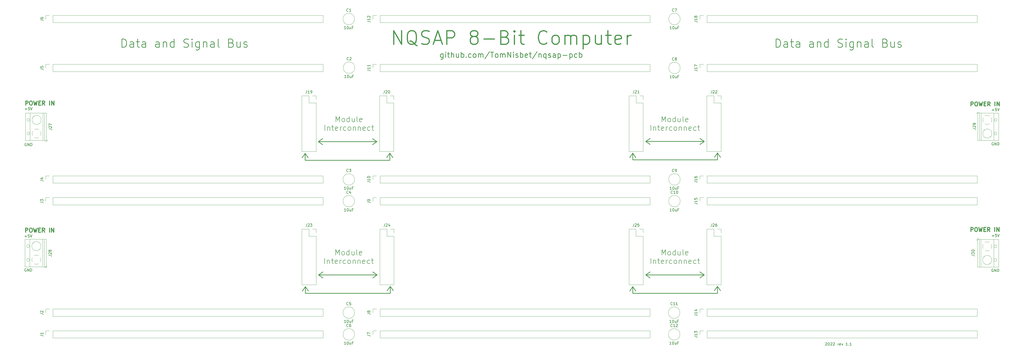
<source format=gto>
G04 #@! TF.GenerationSoftware,KiCad,Pcbnew,(5.1.9)-1*
G04 #@! TF.CreationDate,2022-11-18T18:44:01-05:00*
G04 #@! TF.ProjectId,backplane,6261636b-706c-4616-9e65-2e6b69636164,rev?*
G04 #@! TF.SameCoordinates,Original*
G04 #@! TF.FileFunction,Legend,Top*
G04 #@! TF.FilePolarity,Positive*
%FSLAX46Y46*%
G04 Gerber Fmt 4.6, Leading zero omitted, Abs format (unit mm)*
G04 Created by KiCad (PCBNEW (5.1.9)-1) date 2022-11-18 18:44:01*
%MOMM*%
%LPD*%
G01*
G04 APERTURE LIST*
%ADD10C,0.150000*%
%ADD11C,0.250000*%
%ADD12C,0.400000*%
%ADD13C,0.120000*%
%ADD14C,0.300000*%
%ADD15C,2.500000*%
%ADD16R,2.500000X2.500000*%
%ADD17C,3.200000*%
%ADD18C,1.200000*%
%ADD19O,1.700000X1.700000*%
%ADD20R,1.700000X1.700000*%
G04 APERTURE END LIST*
D10*
X332514285Y-166147619D02*
X332561904Y-166100000D01*
X332657142Y-166052380D01*
X332895238Y-166052380D01*
X332990476Y-166100000D01*
X333038095Y-166147619D01*
X333085714Y-166242857D01*
X333085714Y-166338095D01*
X333038095Y-166480952D01*
X332466666Y-167052380D01*
X333085714Y-167052380D01*
X333704761Y-166052380D02*
X333800000Y-166052380D01*
X333895238Y-166100000D01*
X333942857Y-166147619D01*
X333990476Y-166242857D01*
X334038095Y-166433333D01*
X334038095Y-166671428D01*
X333990476Y-166861904D01*
X333942857Y-166957142D01*
X333895238Y-167004761D01*
X333800000Y-167052380D01*
X333704761Y-167052380D01*
X333609523Y-167004761D01*
X333561904Y-166957142D01*
X333514285Y-166861904D01*
X333466666Y-166671428D01*
X333466666Y-166433333D01*
X333514285Y-166242857D01*
X333561904Y-166147619D01*
X333609523Y-166100000D01*
X333704761Y-166052380D01*
X334419047Y-166147619D02*
X334466666Y-166100000D01*
X334561904Y-166052380D01*
X334800000Y-166052380D01*
X334895238Y-166100000D01*
X334942857Y-166147619D01*
X334990476Y-166242857D01*
X334990476Y-166338095D01*
X334942857Y-166480952D01*
X334371428Y-167052380D01*
X334990476Y-167052380D01*
X335371428Y-166147619D02*
X335419047Y-166100000D01*
X335514285Y-166052380D01*
X335752380Y-166052380D01*
X335847619Y-166100000D01*
X335895238Y-166147619D01*
X335942857Y-166242857D01*
X335942857Y-166338095D01*
X335895238Y-166480952D01*
X335323809Y-167052380D01*
X335942857Y-167052380D01*
X337133333Y-167052380D02*
X337133333Y-166385714D01*
X337133333Y-166576190D02*
X337180952Y-166480952D01*
X337228571Y-166433333D01*
X337323809Y-166385714D01*
X337419047Y-166385714D01*
X338133333Y-167004761D02*
X338038095Y-167052380D01*
X337847619Y-167052380D01*
X337752380Y-167004761D01*
X337704761Y-166909523D01*
X337704761Y-166528571D01*
X337752380Y-166433333D01*
X337847619Y-166385714D01*
X338038095Y-166385714D01*
X338133333Y-166433333D01*
X338180952Y-166528571D01*
X338180952Y-166623809D01*
X337704761Y-166719047D01*
X338514285Y-166385714D02*
X338752380Y-167052380D01*
X338990476Y-166385714D01*
X340657142Y-167052380D02*
X340085714Y-167052380D01*
X340371428Y-167052380D02*
X340371428Y-166052380D01*
X340276190Y-166195238D01*
X340180952Y-166290476D01*
X340085714Y-166338095D01*
X341085714Y-166957142D02*
X341133333Y-167004761D01*
X341085714Y-167052380D01*
X341038095Y-167004761D01*
X341085714Y-166957142D01*
X341085714Y-167052380D01*
X342085714Y-167052380D02*
X341514285Y-167052380D01*
X341800000Y-167052380D02*
X341800000Y-166052380D01*
X341704761Y-166195238D01*
X341609523Y-166290476D01*
X341514285Y-166338095D01*
D11*
X314371428Y-57357142D02*
X314371428Y-54357142D01*
X315085714Y-54357142D01*
X315514285Y-54500000D01*
X315800000Y-54785714D01*
X315942857Y-55071428D01*
X316085714Y-55642857D01*
X316085714Y-56071428D01*
X315942857Y-56642857D01*
X315800000Y-56928571D01*
X315514285Y-57214285D01*
X315085714Y-57357142D01*
X314371428Y-57357142D01*
X318657142Y-57357142D02*
X318657142Y-55785714D01*
X318514285Y-55500000D01*
X318228571Y-55357142D01*
X317657142Y-55357142D01*
X317371428Y-55500000D01*
X318657142Y-57214285D02*
X318371428Y-57357142D01*
X317657142Y-57357142D01*
X317371428Y-57214285D01*
X317228571Y-56928571D01*
X317228571Y-56642857D01*
X317371428Y-56357142D01*
X317657142Y-56214285D01*
X318371428Y-56214285D01*
X318657142Y-56071428D01*
X319657142Y-55357142D02*
X320800000Y-55357142D01*
X320085714Y-54357142D02*
X320085714Y-56928571D01*
X320228571Y-57214285D01*
X320514285Y-57357142D01*
X320800000Y-57357142D01*
X323085714Y-57357142D02*
X323085714Y-55785714D01*
X322942857Y-55500000D01*
X322657142Y-55357142D01*
X322085714Y-55357142D01*
X321800000Y-55500000D01*
X323085714Y-57214285D02*
X322800000Y-57357142D01*
X322085714Y-57357142D01*
X321800000Y-57214285D01*
X321657142Y-56928571D01*
X321657142Y-56642857D01*
X321800000Y-56357142D01*
X322085714Y-56214285D01*
X322800000Y-56214285D01*
X323085714Y-56071428D01*
X328085714Y-57357142D02*
X328085714Y-55785714D01*
X327942857Y-55500000D01*
X327657142Y-55357142D01*
X327085714Y-55357142D01*
X326800000Y-55500000D01*
X328085714Y-57214285D02*
X327800000Y-57357142D01*
X327085714Y-57357142D01*
X326800000Y-57214285D01*
X326657142Y-56928571D01*
X326657142Y-56642857D01*
X326800000Y-56357142D01*
X327085714Y-56214285D01*
X327800000Y-56214285D01*
X328085714Y-56071428D01*
X329514285Y-55357142D02*
X329514285Y-57357142D01*
X329514285Y-55642857D02*
X329657142Y-55500000D01*
X329942857Y-55357142D01*
X330371428Y-55357142D01*
X330657142Y-55500000D01*
X330800000Y-55785714D01*
X330800000Y-57357142D01*
X333514285Y-57357142D02*
X333514285Y-54357142D01*
X333514285Y-57214285D02*
X333228571Y-57357142D01*
X332657142Y-57357142D01*
X332371428Y-57214285D01*
X332228571Y-57071428D01*
X332085714Y-56785714D01*
X332085714Y-55928571D01*
X332228571Y-55642857D01*
X332371428Y-55500000D01*
X332657142Y-55357142D01*
X333228571Y-55357142D01*
X333514285Y-55500000D01*
X337085714Y-57214285D02*
X337514285Y-57357142D01*
X338228571Y-57357142D01*
X338514285Y-57214285D01*
X338657142Y-57071428D01*
X338800000Y-56785714D01*
X338800000Y-56500000D01*
X338657142Y-56214285D01*
X338514285Y-56071428D01*
X338228571Y-55928571D01*
X337657142Y-55785714D01*
X337371428Y-55642857D01*
X337228571Y-55500000D01*
X337085714Y-55214285D01*
X337085714Y-54928571D01*
X337228571Y-54642857D01*
X337371428Y-54500000D01*
X337657142Y-54357142D01*
X338371428Y-54357142D01*
X338800000Y-54500000D01*
X340085714Y-57357142D02*
X340085714Y-55357142D01*
X340085714Y-54357142D02*
X339942857Y-54500000D01*
X340085714Y-54642857D01*
X340228571Y-54500000D01*
X340085714Y-54357142D01*
X340085714Y-54642857D01*
X342800000Y-55357142D02*
X342800000Y-57785714D01*
X342657142Y-58071428D01*
X342514285Y-58214285D01*
X342228571Y-58357142D01*
X341800000Y-58357142D01*
X341514285Y-58214285D01*
X342800000Y-57214285D02*
X342514285Y-57357142D01*
X341942857Y-57357142D01*
X341657142Y-57214285D01*
X341514285Y-57071428D01*
X341371428Y-56785714D01*
X341371428Y-55928571D01*
X341514285Y-55642857D01*
X341657142Y-55500000D01*
X341942857Y-55357142D01*
X342514285Y-55357142D01*
X342800000Y-55500000D01*
X344228571Y-55357142D02*
X344228571Y-57357142D01*
X344228571Y-55642857D02*
X344371428Y-55500000D01*
X344657142Y-55357142D01*
X345085714Y-55357142D01*
X345371428Y-55500000D01*
X345514285Y-55785714D01*
X345514285Y-57357142D01*
X348228571Y-57357142D02*
X348228571Y-55785714D01*
X348085714Y-55500000D01*
X347800000Y-55357142D01*
X347228571Y-55357142D01*
X346942857Y-55500000D01*
X348228571Y-57214285D02*
X347942857Y-57357142D01*
X347228571Y-57357142D01*
X346942857Y-57214285D01*
X346800000Y-56928571D01*
X346800000Y-56642857D01*
X346942857Y-56357142D01*
X347228571Y-56214285D01*
X347942857Y-56214285D01*
X348228571Y-56071428D01*
X350085714Y-57357142D02*
X349800000Y-57214285D01*
X349657142Y-56928571D01*
X349657142Y-54357142D01*
X354514285Y-55785714D02*
X354942857Y-55928571D01*
X355085714Y-56071428D01*
X355228571Y-56357142D01*
X355228571Y-56785714D01*
X355085714Y-57071428D01*
X354942857Y-57214285D01*
X354657142Y-57357142D01*
X353514285Y-57357142D01*
X353514285Y-54357142D01*
X354514285Y-54357142D01*
X354800000Y-54500000D01*
X354942857Y-54642857D01*
X355085714Y-54928571D01*
X355085714Y-55214285D01*
X354942857Y-55500000D01*
X354800000Y-55642857D01*
X354514285Y-55785714D01*
X353514285Y-55785714D01*
X357800000Y-55357142D02*
X357800000Y-57357142D01*
X356514285Y-55357142D02*
X356514285Y-56928571D01*
X356657142Y-57214285D01*
X356942857Y-57357142D01*
X357371428Y-57357142D01*
X357657142Y-57214285D01*
X357800000Y-57071428D01*
X359085714Y-57214285D02*
X359371428Y-57357142D01*
X359942857Y-57357142D01*
X360228571Y-57214285D01*
X360371428Y-56928571D01*
X360371428Y-56785714D01*
X360228571Y-56500000D01*
X359942857Y-56357142D01*
X359514285Y-56357142D01*
X359228571Y-56214285D01*
X359085714Y-55928571D01*
X359085714Y-55785714D01*
X359228571Y-55500000D01*
X359514285Y-55357142D01*
X359942857Y-55357142D01*
X360228571Y-55500000D01*
X74371428Y-57357142D02*
X74371428Y-54357142D01*
X75085714Y-54357142D01*
X75514285Y-54500000D01*
X75800000Y-54785714D01*
X75942857Y-55071428D01*
X76085714Y-55642857D01*
X76085714Y-56071428D01*
X75942857Y-56642857D01*
X75800000Y-56928571D01*
X75514285Y-57214285D01*
X75085714Y-57357142D01*
X74371428Y-57357142D01*
X78657142Y-57357142D02*
X78657142Y-55785714D01*
X78514285Y-55500000D01*
X78228571Y-55357142D01*
X77657142Y-55357142D01*
X77371428Y-55500000D01*
X78657142Y-57214285D02*
X78371428Y-57357142D01*
X77657142Y-57357142D01*
X77371428Y-57214285D01*
X77228571Y-56928571D01*
X77228571Y-56642857D01*
X77371428Y-56357142D01*
X77657142Y-56214285D01*
X78371428Y-56214285D01*
X78657142Y-56071428D01*
X79657142Y-55357142D02*
X80800000Y-55357142D01*
X80085714Y-54357142D02*
X80085714Y-56928571D01*
X80228571Y-57214285D01*
X80514285Y-57357142D01*
X80800000Y-57357142D01*
X83085714Y-57357142D02*
X83085714Y-55785714D01*
X82942857Y-55500000D01*
X82657142Y-55357142D01*
X82085714Y-55357142D01*
X81800000Y-55500000D01*
X83085714Y-57214285D02*
X82800000Y-57357142D01*
X82085714Y-57357142D01*
X81800000Y-57214285D01*
X81657142Y-56928571D01*
X81657142Y-56642857D01*
X81800000Y-56357142D01*
X82085714Y-56214285D01*
X82800000Y-56214285D01*
X83085714Y-56071428D01*
X88085714Y-57357142D02*
X88085714Y-55785714D01*
X87942857Y-55500000D01*
X87657142Y-55357142D01*
X87085714Y-55357142D01*
X86800000Y-55500000D01*
X88085714Y-57214285D02*
X87800000Y-57357142D01*
X87085714Y-57357142D01*
X86800000Y-57214285D01*
X86657142Y-56928571D01*
X86657142Y-56642857D01*
X86800000Y-56357142D01*
X87085714Y-56214285D01*
X87800000Y-56214285D01*
X88085714Y-56071428D01*
X89514285Y-55357142D02*
X89514285Y-57357142D01*
X89514285Y-55642857D02*
X89657142Y-55500000D01*
X89942857Y-55357142D01*
X90371428Y-55357142D01*
X90657142Y-55500000D01*
X90800000Y-55785714D01*
X90800000Y-57357142D01*
X93514285Y-57357142D02*
X93514285Y-54357142D01*
X93514285Y-57214285D02*
X93228571Y-57357142D01*
X92657142Y-57357142D01*
X92371428Y-57214285D01*
X92228571Y-57071428D01*
X92085714Y-56785714D01*
X92085714Y-55928571D01*
X92228571Y-55642857D01*
X92371428Y-55500000D01*
X92657142Y-55357142D01*
X93228571Y-55357142D01*
X93514285Y-55500000D01*
X97085714Y-57214285D02*
X97514285Y-57357142D01*
X98228571Y-57357142D01*
X98514285Y-57214285D01*
X98657142Y-57071428D01*
X98799999Y-56785714D01*
X98799999Y-56500000D01*
X98657142Y-56214285D01*
X98514285Y-56071428D01*
X98228571Y-55928571D01*
X97657142Y-55785714D01*
X97371428Y-55642857D01*
X97228571Y-55500000D01*
X97085714Y-55214285D01*
X97085714Y-54928571D01*
X97228571Y-54642857D01*
X97371428Y-54500000D01*
X97657142Y-54357142D01*
X98371428Y-54357142D01*
X98799999Y-54500000D01*
X100085714Y-57357142D02*
X100085714Y-55357142D01*
X100085714Y-54357142D02*
X99942857Y-54500000D01*
X100085714Y-54642857D01*
X100228571Y-54500000D01*
X100085714Y-54357142D01*
X100085714Y-54642857D01*
X102799999Y-55357142D02*
X102799999Y-57785714D01*
X102657142Y-58071428D01*
X102514285Y-58214285D01*
X102228571Y-58357142D01*
X101799999Y-58357142D01*
X101514285Y-58214285D01*
X102799999Y-57214285D02*
X102514285Y-57357142D01*
X101942857Y-57357142D01*
X101657142Y-57214285D01*
X101514285Y-57071428D01*
X101371428Y-56785714D01*
X101371428Y-55928571D01*
X101514285Y-55642857D01*
X101657142Y-55500000D01*
X101942857Y-55357142D01*
X102514285Y-55357142D01*
X102799999Y-55500000D01*
X104228571Y-55357142D02*
X104228571Y-57357142D01*
X104228571Y-55642857D02*
X104371428Y-55500000D01*
X104657142Y-55357142D01*
X105085714Y-55357142D01*
X105371428Y-55500000D01*
X105514285Y-55785714D01*
X105514285Y-57357142D01*
X108228571Y-57357142D02*
X108228571Y-55785714D01*
X108085714Y-55500000D01*
X107799999Y-55357142D01*
X107228571Y-55357142D01*
X106942857Y-55500000D01*
X108228571Y-57214285D02*
X107942857Y-57357142D01*
X107228571Y-57357142D01*
X106942857Y-57214285D01*
X106799999Y-56928571D01*
X106799999Y-56642857D01*
X106942857Y-56357142D01*
X107228571Y-56214285D01*
X107942857Y-56214285D01*
X108228571Y-56071428D01*
X110085714Y-57357142D02*
X109799999Y-57214285D01*
X109657142Y-56928571D01*
X109657142Y-54357142D01*
X114514285Y-55785714D02*
X114942857Y-55928571D01*
X115085714Y-56071428D01*
X115228571Y-56357142D01*
X115228571Y-56785714D01*
X115085714Y-57071428D01*
X114942857Y-57214285D01*
X114657142Y-57357142D01*
X113514285Y-57357142D01*
X113514285Y-54357142D01*
X114514285Y-54357142D01*
X114799999Y-54500000D01*
X114942857Y-54642857D01*
X115085714Y-54928571D01*
X115085714Y-55214285D01*
X114942857Y-55500000D01*
X114799999Y-55642857D01*
X114514285Y-55785714D01*
X113514285Y-55785714D01*
X117799999Y-55357142D02*
X117799999Y-57357142D01*
X116514285Y-55357142D02*
X116514285Y-56928571D01*
X116657142Y-57214285D01*
X116942857Y-57357142D01*
X117371428Y-57357142D01*
X117657142Y-57214285D01*
X117799999Y-57071428D01*
X119085714Y-57214285D02*
X119371428Y-57357142D01*
X119942857Y-57357142D01*
X120228571Y-57214285D01*
X120371428Y-56928571D01*
X120371428Y-56785714D01*
X120228571Y-56500000D01*
X119942857Y-56357142D01*
X119514285Y-56357142D01*
X119228571Y-56214285D01*
X119085714Y-55928571D01*
X119085714Y-55785714D01*
X119228571Y-55500000D01*
X119514285Y-55357142D01*
X119942857Y-55357142D01*
X120228571Y-55500000D01*
D10*
X152938095Y-84829761D02*
X152938095Y-82829761D01*
X153604761Y-84258333D01*
X154271428Y-82829761D01*
X154271428Y-84829761D01*
X155509523Y-84829761D02*
X155319047Y-84734523D01*
X155223809Y-84639285D01*
X155128571Y-84448809D01*
X155128571Y-83877380D01*
X155223809Y-83686904D01*
X155319047Y-83591666D01*
X155509523Y-83496428D01*
X155795238Y-83496428D01*
X155985714Y-83591666D01*
X156080952Y-83686904D01*
X156176190Y-83877380D01*
X156176190Y-84448809D01*
X156080952Y-84639285D01*
X155985714Y-84734523D01*
X155795238Y-84829761D01*
X155509523Y-84829761D01*
X157890476Y-84829761D02*
X157890476Y-82829761D01*
X157890476Y-84734523D02*
X157700000Y-84829761D01*
X157319047Y-84829761D01*
X157128571Y-84734523D01*
X157033333Y-84639285D01*
X156938095Y-84448809D01*
X156938095Y-83877380D01*
X157033333Y-83686904D01*
X157128571Y-83591666D01*
X157319047Y-83496428D01*
X157700000Y-83496428D01*
X157890476Y-83591666D01*
X159700000Y-83496428D02*
X159700000Y-84829761D01*
X158842857Y-83496428D02*
X158842857Y-84544047D01*
X158938095Y-84734523D01*
X159128571Y-84829761D01*
X159414285Y-84829761D01*
X159604761Y-84734523D01*
X159700000Y-84639285D01*
X160938095Y-84829761D02*
X160747619Y-84734523D01*
X160652380Y-84544047D01*
X160652380Y-82829761D01*
X162461904Y-84734523D02*
X162271428Y-84829761D01*
X161890476Y-84829761D01*
X161700000Y-84734523D01*
X161604761Y-84544047D01*
X161604761Y-83782142D01*
X161700000Y-83591666D01*
X161890476Y-83496428D01*
X162271428Y-83496428D01*
X162461904Y-83591666D01*
X162557142Y-83782142D01*
X162557142Y-83972619D01*
X161604761Y-84163095D01*
X148890476Y-87979761D02*
X148890476Y-85979761D01*
X149842857Y-86646428D02*
X149842857Y-87979761D01*
X149842857Y-86836904D02*
X149938095Y-86741666D01*
X150128571Y-86646428D01*
X150414285Y-86646428D01*
X150604761Y-86741666D01*
X150700000Y-86932142D01*
X150700000Y-87979761D01*
X151366666Y-86646428D02*
X152128571Y-86646428D01*
X151652380Y-85979761D02*
X151652380Y-87694047D01*
X151747619Y-87884523D01*
X151938095Y-87979761D01*
X152128571Y-87979761D01*
X153557142Y-87884523D02*
X153366666Y-87979761D01*
X152985714Y-87979761D01*
X152795238Y-87884523D01*
X152700000Y-87694047D01*
X152700000Y-86932142D01*
X152795238Y-86741666D01*
X152985714Y-86646428D01*
X153366666Y-86646428D01*
X153557142Y-86741666D01*
X153652380Y-86932142D01*
X153652380Y-87122619D01*
X152700000Y-87313095D01*
X154509523Y-87979761D02*
X154509523Y-86646428D01*
X154509523Y-87027380D02*
X154604761Y-86836904D01*
X154700000Y-86741666D01*
X154890476Y-86646428D01*
X155080952Y-86646428D01*
X156604761Y-87884523D02*
X156414285Y-87979761D01*
X156033333Y-87979761D01*
X155842857Y-87884523D01*
X155747619Y-87789285D01*
X155652380Y-87598809D01*
X155652380Y-87027380D01*
X155747619Y-86836904D01*
X155842857Y-86741666D01*
X156033333Y-86646428D01*
X156414285Y-86646428D01*
X156604761Y-86741666D01*
X157747619Y-87979761D02*
X157557142Y-87884523D01*
X157461904Y-87789285D01*
X157366666Y-87598809D01*
X157366666Y-87027380D01*
X157461904Y-86836904D01*
X157557142Y-86741666D01*
X157747619Y-86646428D01*
X158033333Y-86646428D01*
X158223809Y-86741666D01*
X158319047Y-86836904D01*
X158414285Y-87027380D01*
X158414285Y-87598809D01*
X158319047Y-87789285D01*
X158223809Y-87884523D01*
X158033333Y-87979761D01*
X157747619Y-87979761D01*
X159271428Y-86646428D02*
X159271428Y-87979761D01*
X159271428Y-86836904D02*
X159366666Y-86741666D01*
X159557142Y-86646428D01*
X159842857Y-86646428D01*
X160033333Y-86741666D01*
X160128571Y-86932142D01*
X160128571Y-87979761D01*
X161080952Y-86646428D02*
X161080952Y-87979761D01*
X161080952Y-86836904D02*
X161176190Y-86741666D01*
X161366666Y-86646428D01*
X161652380Y-86646428D01*
X161842857Y-86741666D01*
X161938095Y-86932142D01*
X161938095Y-87979761D01*
X163652380Y-87884523D02*
X163461904Y-87979761D01*
X163080952Y-87979761D01*
X162890476Y-87884523D01*
X162795238Y-87694047D01*
X162795238Y-86932142D01*
X162890476Y-86741666D01*
X163080952Y-86646428D01*
X163461904Y-86646428D01*
X163652380Y-86741666D01*
X163747619Y-86932142D01*
X163747619Y-87122619D01*
X162795238Y-87313095D01*
X165461904Y-87884523D02*
X165271428Y-87979761D01*
X164890476Y-87979761D01*
X164700000Y-87884523D01*
X164604761Y-87789285D01*
X164509523Y-87598809D01*
X164509523Y-87027380D01*
X164604761Y-86836904D01*
X164700000Y-86741666D01*
X164890476Y-86646428D01*
X165271428Y-86646428D01*
X165461904Y-86741666D01*
X166033333Y-86646428D02*
X166795238Y-86646428D01*
X166319047Y-85979761D02*
X166319047Y-87694047D01*
X166414285Y-87884523D01*
X166604761Y-87979761D01*
X166795238Y-87979761D01*
X152838095Y-133829761D02*
X152838095Y-131829761D01*
X153504761Y-133258333D01*
X154171428Y-131829761D01*
X154171428Y-133829761D01*
X155409523Y-133829761D02*
X155219047Y-133734523D01*
X155123809Y-133639285D01*
X155028571Y-133448809D01*
X155028571Y-132877380D01*
X155123809Y-132686904D01*
X155219047Y-132591666D01*
X155409523Y-132496428D01*
X155695238Y-132496428D01*
X155885714Y-132591666D01*
X155980952Y-132686904D01*
X156076190Y-132877380D01*
X156076190Y-133448809D01*
X155980952Y-133639285D01*
X155885714Y-133734523D01*
X155695238Y-133829761D01*
X155409523Y-133829761D01*
X157790476Y-133829761D02*
X157790476Y-131829761D01*
X157790476Y-133734523D02*
X157600000Y-133829761D01*
X157219047Y-133829761D01*
X157028571Y-133734523D01*
X156933333Y-133639285D01*
X156838095Y-133448809D01*
X156838095Y-132877380D01*
X156933333Y-132686904D01*
X157028571Y-132591666D01*
X157219047Y-132496428D01*
X157600000Y-132496428D01*
X157790476Y-132591666D01*
X159600000Y-132496428D02*
X159600000Y-133829761D01*
X158742857Y-132496428D02*
X158742857Y-133544047D01*
X158838095Y-133734523D01*
X159028571Y-133829761D01*
X159314285Y-133829761D01*
X159504761Y-133734523D01*
X159600000Y-133639285D01*
X160838095Y-133829761D02*
X160647619Y-133734523D01*
X160552380Y-133544047D01*
X160552380Y-131829761D01*
X162361904Y-133734523D02*
X162171428Y-133829761D01*
X161790476Y-133829761D01*
X161600000Y-133734523D01*
X161504761Y-133544047D01*
X161504761Y-132782142D01*
X161600000Y-132591666D01*
X161790476Y-132496428D01*
X162171428Y-132496428D01*
X162361904Y-132591666D01*
X162457142Y-132782142D01*
X162457142Y-132972619D01*
X161504761Y-133163095D01*
X148790476Y-136979761D02*
X148790476Y-134979761D01*
X149742857Y-135646428D02*
X149742857Y-136979761D01*
X149742857Y-135836904D02*
X149838095Y-135741666D01*
X150028571Y-135646428D01*
X150314285Y-135646428D01*
X150504761Y-135741666D01*
X150600000Y-135932142D01*
X150600000Y-136979761D01*
X151266666Y-135646428D02*
X152028571Y-135646428D01*
X151552380Y-134979761D02*
X151552380Y-136694047D01*
X151647619Y-136884523D01*
X151838095Y-136979761D01*
X152028571Y-136979761D01*
X153457142Y-136884523D02*
X153266666Y-136979761D01*
X152885714Y-136979761D01*
X152695238Y-136884523D01*
X152600000Y-136694047D01*
X152600000Y-135932142D01*
X152695238Y-135741666D01*
X152885714Y-135646428D01*
X153266666Y-135646428D01*
X153457142Y-135741666D01*
X153552380Y-135932142D01*
X153552380Y-136122619D01*
X152600000Y-136313095D01*
X154409523Y-136979761D02*
X154409523Y-135646428D01*
X154409523Y-136027380D02*
X154504761Y-135836904D01*
X154600000Y-135741666D01*
X154790476Y-135646428D01*
X154980952Y-135646428D01*
X156504761Y-136884523D02*
X156314285Y-136979761D01*
X155933333Y-136979761D01*
X155742857Y-136884523D01*
X155647619Y-136789285D01*
X155552380Y-136598809D01*
X155552380Y-136027380D01*
X155647619Y-135836904D01*
X155742857Y-135741666D01*
X155933333Y-135646428D01*
X156314285Y-135646428D01*
X156504761Y-135741666D01*
X157647619Y-136979761D02*
X157457142Y-136884523D01*
X157361904Y-136789285D01*
X157266666Y-136598809D01*
X157266666Y-136027380D01*
X157361904Y-135836904D01*
X157457142Y-135741666D01*
X157647619Y-135646428D01*
X157933333Y-135646428D01*
X158123809Y-135741666D01*
X158219047Y-135836904D01*
X158314285Y-136027380D01*
X158314285Y-136598809D01*
X158219047Y-136789285D01*
X158123809Y-136884523D01*
X157933333Y-136979761D01*
X157647619Y-136979761D01*
X159171428Y-135646428D02*
X159171428Y-136979761D01*
X159171428Y-135836904D02*
X159266666Y-135741666D01*
X159457142Y-135646428D01*
X159742857Y-135646428D01*
X159933333Y-135741666D01*
X160028571Y-135932142D01*
X160028571Y-136979761D01*
X160980952Y-135646428D02*
X160980952Y-136979761D01*
X160980952Y-135836904D02*
X161076190Y-135741666D01*
X161266666Y-135646428D01*
X161552380Y-135646428D01*
X161742857Y-135741666D01*
X161838095Y-135932142D01*
X161838095Y-136979761D01*
X163552380Y-136884523D02*
X163361904Y-136979761D01*
X162980952Y-136979761D01*
X162790476Y-136884523D01*
X162695238Y-136694047D01*
X162695238Y-135932142D01*
X162790476Y-135741666D01*
X162980952Y-135646428D01*
X163361904Y-135646428D01*
X163552380Y-135741666D01*
X163647619Y-135932142D01*
X163647619Y-136122619D01*
X162695238Y-136313095D01*
X165361904Y-136884523D02*
X165171428Y-136979761D01*
X164790476Y-136979761D01*
X164600000Y-136884523D01*
X164504761Y-136789285D01*
X164409523Y-136598809D01*
X164409523Y-136027380D01*
X164504761Y-135836904D01*
X164600000Y-135741666D01*
X164790476Y-135646428D01*
X165171428Y-135646428D01*
X165361904Y-135741666D01*
X165933333Y-135646428D02*
X166695238Y-135646428D01*
X166219047Y-134979761D02*
X166219047Y-136694047D01*
X166314285Y-136884523D01*
X166504761Y-136979761D01*
X166695238Y-136979761D01*
D11*
X172700000Y-96300000D02*
X173800000Y-97900000D01*
X141600000Y-98900000D02*
X141600000Y-96500000D01*
X141600000Y-98900000D02*
X172700000Y-98900000D01*
X146400000Y-92100000D02*
X148000000Y-93200000D01*
X172700000Y-98900000D02*
X172700000Y-96500000D01*
X141600000Y-96400000D02*
X142700000Y-98000000D01*
X171600000Y-97900000D02*
X172700000Y-96300000D01*
X167900000Y-92100000D02*
X166300000Y-93200000D01*
X146600000Y-92100000D02*
X167800000Y-92100000D01*
X140500000Y-98000000D02*
X141600000Y-96400000D01*
X166300000Y-91000000D02*
X167900000Y-92100000D01*
X148000000Y-91000000D02*
X146400000Y-92100000D01*
X172800000Y-145300000D02*
X173900000Y-146900000D01*
X171700000Y-146900000D02*
X172800000Y-145300000D01*
X168000000Y-141100000D02*
X166400000Y-142200000D01*
X172800000Y-147900000D02*
X172800000Y-145500000D01*
X141700000Y-147900000D02*
X172800000Y-147900000D01*
X141700000Y-145400000D02*
X142800000Y-147000000D01*
X141700000Y-147900000D02*
X141700000Y-145500000D01*
X146500000Y-141100000D02*
X148100000Y-142200000D01*
X140600000Y-147000000D02*
X141700000Y-145400000D01*
X166400000Y-140000000D02*
X168000000Y-141100000D01*
X146700000Y-141100000D02*
X167900000Y-141100000D01*
X148100000Y-140000000D02*
X146500000Y-141100000D01*
X266800000Y-141100000D02*
X288000000Y-141100000D01*
X288100000Y-141100000D02*
X286500000Y-142200000D01*
X260700000Y-147000000D02*
X261800000Y-145400000D01*
X291800000Y-146900000D02*
X292900000Y-145300000D01*
X292900000Y-145300000D02*
X294000000Y-146900000D01*
X292900000Y-147900000D02*
X292900000Y-145500000D01*
X261800000Y-147900000D02*
X292900000Y-147900000D01*
X261800000Y-147900000D02*
X261800000Y-145500000D01*
X261800000Y-145400000D02*
X262900000Y-147000000D01*
X266600000Y-141100000D02*
X268200000Y-142200000D01*
X268200000Y-140000000D02*
X266600000Y-141100000D01*
X286500000Y-140000000D02*
X288100000Y-141100000D01*
D10*
X272538095Y-133829761D02*
X272538095Y-131829761D01*
X273204761Y-133258333D01*
X273871428Y-131829761D01*
X273871428Y-133829761D01*
X275109523Y-133829761D02*
X274919047Y-133734523D01*
X274823809Y-133639285D01*
X274728571Y-133448809D01*
X274728571Y-132877380D01*
X274823809Y-132686904D01*
X274919047Y-132591666D01*
X275109523Y-132496428D01*
X275395238Y-132496428D01*
X275585714Y-132591666D01*
X275680952Y-132686904D01*
X275776190Y-132877380D01*
X275776190Y-133448809D01*
X275680952Y-133639285D01*
X275585714Y-133734523D01*
X275395238Y-133829761D01*
X275109523Y-133829761D01*
X277490476Y-133829761D02*
X277490476Y-131829761D01*
X277490476Y-133734523D02*
X277300000Y-133829761D01*
X276919047Y-133829761D01*
X276728571Y-133734523D01*
X276633333Y-133639285D01*
X276538095Y-133448809D01*
X276538095Y-132877380D01*
X276633333Y-132686904D01*
X276728571Y-132591666D01*
X276919047Y-132496428D01*
X277300000Y-132496428D01*
X277490476Y-132591666D01*
X279300000Y-132496428D02*
X279300000Y-133829761D01*
X278442857Y-132496428D02*
X278442857Y-133544047D01*
X278538095Y-133734523D01*
X278728571Y-133829761D01*
X279014285Y-133829761D01*
X279204761Y-133734523D01*
X279300000Y-133639285D01*
X280538095Y-133829761D02*
X280347619Y-133734523D01*
X280252380Y-133544047D01*
X280252380Y-131829761D01*
X282061904Y-133734523D02*
X281871428Y-133829761D01*
X281490476Y-133829761D01*
X281300000Y-133734523D01*
X281204761Y-133544047D01*
X281204761Y-132782142D01*
X281300000Y-132591666D01*
X281490476Y-132496428D01*
X281871428Y-132496428D01*
X282061904Y-132591666D01*
X282157142Y-132782142D01*
X282157142Y-132972619D01*
X281204761Y-133163095D01*
X268490476Y-136979761D02*
X268490476Y-134979761D01*
X269442857Y-135646428D02*
X269442857Y-136979761D01*
X269442857Y-135836904D02*
X269538095Y-135741666D01*
X269728571Y-135646428D01*
X270014285Y-135646428D01*
X270204761Y-135741666D01*
X270300000Y-135932142D01*
X270300000Y-136979761D01*
X270966666Y-135646428D02*
X271728571Y-135646428D01*
X271252380Y-134979761D02*
X271252380Y-136694047D01*
X271347619Y-136884523D01*
X271538095Y-136979761D01*
X271728571Y-136979761D01*
X273157142Y-136884523D02*
X272966666Y-136979761D01*
X272585714Y-136979761D01*
X272395238Y-136884523D01*
X272300000Y-136694047D01*
X272300000Y-135932142D01*
X272395238Y-135741666D01*
X272585714Y-135646428D01*
X272966666Y-135646428D01*
X273157142Y-135741666D01*
X273252380Y-135932142D01*
X273252380Y-136122619D01*
X272300000Y-136313095D01*
X274109523Y-136979761D02*
X274109523Y-135646428D01*
X274109523Y-136027380D02*
X274204761Y-135836904D01*
X274300000Y-135741666D01*
X274490476Y-135646428D01*
X274680952Y-135646428D01*
X276204761Y-136884523D02*
X276014285Y-136979761D01*
X275633333Y-136979761D01*
X275442857Y-136884523D01*
X275347619Y-136789285D01*
X275252380Y-136598809D01*
X275252380Y-136027380D01*
X275347619Y-135836904D01*
X275442857Y-135741666D01*
X275633333Y-135646428D01*
X276014285Y-135646428D01*
X276204761Y-135741666D01*
X277347619Y-136979761D02*
X277157142Y-136884523D01*
X277061904Y-136789285D01*
X276966666Y-136598809D01*
X276966666Y-136027380D01*
X277061904Y-135836904D01*
X277157142Y-135741666D01*
X277347619Y-135646428D01*
X277633333Y-135646428D01*
X277823809Y-135741666D01*
X277919047Y-135836904D01*
X278014285Y-136027380D01*
X278014285Y-136598809D01*
X277919047Y-136789285D01*
X277823809Y-136884523D01*
X277633333Y-136979761D01*
X277347619Y-136979761D01*
X278871428Y-135646428D02*
X278871428Y-136979761D01*
X278871428Y-135836904D02*
X278966666Y-135741666D01*
X279157142Y-135646428D01*
X279442857Y-135646428D01*
X279633333Y-135741666D01*
X279728571Y-135932142D01*
X279728571Y-136979761D01*
X280680952Y-135646428D02*
X280680952Y-136979761D01*
X280680952Y-135836904D02*
X280776190Y-135741666D01*
X280966666Y-135646428D01*
X281252380Y-135646428D01*
X281442857Y-135741666D01*
X281538095Y-135932142D01*
X281538095Y-136979761D01*
X283252380Y-136884523D02*
X283061904Y-136979761D01*
X282680952Y-136979761D01*
X282490476Y-136884523D01*
X282395238Y-136694047D01*
X282395238Y-135932142D01*
X282490476Y-135741666D01*
X282680952Y-135646428D01*
X283061904Y-135646428D01*
X283252380Y-135741666D01*
X283347619Y-135932142D01*
X283347619Y-136122619D01*
X282395238Y-136313095D01*
X285061904Y-136884523D02*
X284871428Y-136979761D01*
X284490476Y-136979761D01*
X284300000Y-136884523D01*
X284204761Y-136789285D01*
X284109523Y-136598809D01*
X284109523Y-136027380D01*
X284204761Y-135836904D01*
X284300000Y-135741666D01*
X284490476Y-135646428D01*
X284871428Y-135646428D01*
X285061904Y-135741666D01*
X285633333Y-135646428D02*
X286395238Y-135646428D01*
X285919047Y-134979761D02*
X285919047Y-136694047D01*
X286014285Y-136884523D01*
X286204761Y-136979761D01*
X286395238Y-136979761D01*
D11*
X292900000Y-98800000D02*
X292900000Y-96400000D01*
X261800000Y-98800000D02*
X261800000Y-96400000D01*
X260700000Y-97900000D02*
X261800000Y-96300000D01*
X261800000Y-96300000D02*
X262900000Y-97900000D01*
X292900000Y-96200000D02*
X294000000Y-97800000D01*
X291800000Y-97800000D02*
X292900000Y-96200000D01*
X261800000Y-98800000D02*
X292900000Y-98800000D01*
X266600000Y-92000000D02*
X268200000Y-93100000D01*
X268200000Y-90900000D02*
X266600000Y-92000000D01*
X286500000Y-90900000D02*
X288100000Y-92000000D01*
X288100000Y-92000000D02*
X286500000Y-93100000D01*
X266800000Y-92000000D02*
X288000000Y-92000000D01*
D10*
X272538095Y-84829761D02*
X272538095Y-82829761D01*
X273204761Y-84258333D01*
X273871428Y-82829761D01*
X273871428Y-84829761D01*
X275109523Y-84829761D02*
X274919047Y-84734523D01*
X274823809Y-84639285D01*
X274728571Y-84448809D01*
X274728571Y-83877380D01*
X274823809Y-83686904D01*
X274919047Y-83591666D01*
X275109523Y-83496428D01*
X275395238Y-83496428D01*
X275585714Y-83591666D01*
X275680952Y-83686904D01*
X275776190Y-83877380D01*
X275776190Y-84448809D01*
X275680952Y-84639285D01*
X275585714Y-84734523D01*
X275395238Y-84829761D01*
X275109523Y-84829761D01*
X277490476Y-84829761D02*
X277490476Y-82829761D01*
X277490476Y-84734523D02*
X277300000Y-84829761D01*
X276919047Y-84829761D01*
X276728571Y-84734523D01*
X276633333Y-84639285D01*
X276538095Y-84448809D01*
X276538095Y-83877380D01*
X276633333Y-83686904D01*
X276728571Y-83591666D01*
X276919047Y-83496428D01*
X277300000Y-83496428D01*
X277490476Y-83591666D01*
X279300000Y-83496428D02*
X279300000Y-84829761D01*
X278442857Y-83496428D02*
X278442857Y-84544047D01*
X278538095Y-84734523D01*
X278728571Y-84829761D01*
X279014285Y-84829761D01*
X279204761Y-84734523D01*
X279300000Y-84639285D01*
X280538095Y-84829761D02*
X280347619Y-84734523D01*
X280252380Y-84544047D01*
X280252380Y-82829761D01*
X282061904Y-84734523D02*
X281871428Y-84829761D01*
X281490476Y-84829761D01*
X281300000Y-84734523D01*
X281204761Y-84544047D01*
X281204761Y-83782142D01*
X281300000Y-83591666D01*
X281490476Y-83496428D01*
X281871428Y-83496428D01*
X282061904Y-83591666D01*
X282157142Y-83782142D01*
X282157142Y-83972619D01*
X281204761Y-84163095D01*
X268490476Y-87979761D02*
X268490476Y-85979761D01*
X269442857Y-86646428D02*
X269442857Y-87979761D01*
X269442857Y-86836904D02*
X269538095Y-86741666D01*
X269728571Y-86646428D01*
X270014285Y-86646428D01*
X270204761Y-86741666D01*
X270300000Y-86932142D01*
X270300000Y-87979761D01*
X270966666Y-86646428D02*
X271728571Y-86646428D01*
X271252380Y-85979761D02*
X271252380Y-87694047D01*
X271347619Y-87884523D01*
X271538095Y-87979761D01*
X271728571Y-87979761D01*
X273157142Y-87884523D02*
X272966666Y-87979761D01*
X272585714Y-87979761D01*
X272395238Y-87884523D01*
X272300000Y-87694047D01*
X272300000Y-86932142D01*
X272395238Y-86741666D01*
X272585714Y-86646428D01*
X272966666Y-86646428D01*
X273157142Y-86741666D01*
X273252380Y-86932142D01*
X273252380Y-87122619D01*
X272300000Y-87313095D01*
X274109523Y-87979761D02*
X274109523Y-86646428D01*
X274109523Y-87027380D02*
X274204761Y-86836904D01*
X274300000Y-86741666D01*
X274490476Y-86646428D01*
X274680952Y-86646428D01*
X276204761Y-87884523D02*
X276014285Y-87979761D01*
X275633333Y-87979761D01*
X275442857Y-87884523D01*
X275347619Y-87789285D01*
X275252380Y-87598809D01*
X275252380Y-87027380D01*
X275347619Y-86836904D01*
X275442857Y-86741666D01*
X275633333Y-86646428D01*
X276014285Y-86646428D01*
X276204761Y-86741666D01*
X277347619Y-87979761D02*
X277157142Y-87884523D01*
X277061904Y-87789285D01*
X276966666Y-87598809D01*
X276966666Y-87027380D01*
X277061904Y-86836904D01*
X277157142Y-86741666D01*
X277347619Y-86646428D01*
X277633333Y-86646428D01*
X277823809Y-86741666D01*
X277919047Y-86836904D01*
X278014285Y-87027380D01*
X278014285Y-87598809D01*
X277919047Y-87789285D01*
X277823809Y-87884523D01*
X277633333Y-87979761D01*
X277347619Y-87979761D01*
X278871428Y-86646428D02*
X278871428Y-87979761D01*
X278871428Y-86836904D02*
X278966666Y-86741666D01*
X279157142Y-86646428D01*
X279442857Y-86646428D01*
X279633333Y-86741666D01*
X279728571Y-86932142D01*
X279728571Y-87979761D01*
X280680952Y-86646428D02*
X280680952Y-87979761D01*
X280680952Y-86836904D02*
X280776190Y-86741666D01*
X280966666Y-86646428D01*
X281252380Y-86646428D01*
X281442857Y-86741666D01*
X281538095Y-86932142D01*
X281538095Y-87979761D01*
X283252380Y-87884523D02*
X283061904Y-87979761D01*
X282680952Y-87979761D01*
X282490476Y-87884523D01*
X282395238Y-87694047D01*
X282395238Y-86932142D01*
X282490476Y-86741666D01*
X282680952Y-86646428D01*
X283061904Y-86646428D01*
X283252380Y-86741666D01*
X283347619Y-86932142D01*
X283347619Y-87122619D01*
X282395238Y-87313095D01*
X285061904Y-87884523D02*
X284871428Y-87979761D01*
X284490476Y-87979761D01*
X284300000Y-87884523D01*
X284204761Y-87789285D01*
X284109523Y-87598809D01*
X284109523Y-87027380D01*
X284204761Y-86836904D01*
X284300000Y-86741666D01*
X284490476Y-86646428D01*
X284871428Y-86646428D01*
X285061904Y-86741666D01*
X285633333Y-86646428D02*
X286395238Y-86646428D01*
X285919047Y-85979761D02*
X285919047Y-87694047D01*
X286014285Y-87884523D01*
X286204761Y-87979761D01*
X286395238Y-87979761D01*
D11*
X192200000Y-59771428D02*
X192200000Y-61390476D01*
X192104761Y-61580952D01*
X192009523Y-61676190D01*
X191819047Y-61771428D01*
X191533333Y-61771428D01*
X191342857Y-61676190D01*
X192200000Y-61009523D02*
X192009523Y-61104761D01*
X191628571Y-61104761D01*
X191438095Y-61009523D01*
X191342857Y-60914285D01*
X191247619Y-60723809D01*
X191247619Y-60152380D01*
X191342857Y-59961904D01*
X191438095Y-59866666D01*
X191628571Y-59771428D01*
X192009523Y-59771428D01*
X192200000Y-59866666D01*
X193152380Y-61104761D02*
X193152380Y-59771428D01*
X193152380Y-59104761D02*
X193057142Y-59200000D01*
X193152380Y-59295238D01*
X193247619Y-59200000D01*
X193152380Y-59104761D01*
X193152380Y-59295238D01*
X193819047Y-59771428D02*
X194580952Y-59771428D01*
X194104761Y-59104761D02*
X194104761Y-60819047D01*
X194200000Y-61009523D01*
X194390476Y-61104761D01*
X194580952Y-61104761D01*
X195247619Y-61104761D02*
X195247619Y-59104761D01*
X196104761Y-61104761D02*
X196104761Y-60057142D01*
X196009523Y-59866666D01*
X195819047Y-59771428D01*
X195533333Y-59771428D01*
X195342857Y-59866666D01*
X195247619Y-59961904D01*
X197914285Y-59771428D02*
X197914285Y-61104761D01*
X197057142Y-59771428D02*
X197057142Y-60819047D01*
X197152380Y-61009523D01*
X197342857Y-61104761D01*
X197628571Y-61104761D01*
X197819047Y-61009523D01*
X197914285Y-60914285D01*
X198866666Y-61104761D02*
X198866666Y-59104761D01*
X198866666Y-59866666D02*
X199057142Y-59771428D01*
X199438095Y-59771428D01*
X199628571Y-59866666D01*
X199723809Y-59961904D01*
X199819047Y-60152380D01*
X199819047Y-60723809D01*
X199723809Y-60914285D01*
X199628571Y-61009523D01*
X199438095Y-61104761D01*
X199057142Y-61104761D01*
X198866666Y-61009523D01*
X200676190Y-60914285D02*
X200771428Y-61009523D01*
X200676190Y-61104761D01*
X200580952Y-61009523D01*
X200676190Y-60914285D01*
X200676190Y-61104761D01*
X202485714Y-61009523D02*
X202295238Y-61104761D01*
X201914285Y-61104761D01*
X201723809Y-61009523D01*
X201628571Y-60914285D01*
X201533333Y-60723809D01*
X201533333Y-60152380D01*
X201628571Y-59961904D01*
X201723809Y-59866666D01*
X201914285Y-59771428D01*
X202295238Y-59771428D01*
X202485714Y-59866666D01*
X203628571Y-61104761D02*
X203438095Y-61009523D01*
X203342857Y-60914285D01*
X203247619Y-60723809D01*
X203247619Y-60152380D01*
X203342857Y-59961904D01*
X203438095Y-59866666D01*
X203628571Y-59771428D01*
X203914285Y-59771428D01*
X204104761Y-59866666D01*
X204200000Y-59961904D01*
X204295238Y-60152380D01*
X204295238Y-60723809D01*
X204200000Y-60914285D01*
X204104761Y-61009523D01*
X203914285Y-61104761D01*
X203628571Y-61104761D01*
X205152380Y-61104761D02*
X205152380Y-59771428D01*
X205152380Y-59961904D02*
X205247619Y-59866666D01*
X205438095Y-59771428D01*
X205723809Y-59771428D01*
X205914285Y-59866666D01*
X206009523Y-60057142D01*
X206009523Y-61104761D01*
X206009523Y-60057142D02*
X206104761Y-59866666D01*
X206295238Y-59771428D01*
X206580952Y-59771428D01*
X206771428Y-59866666D01*
X206866666Y-60057142D01*
X206866666Y-61104761D01*
X209247619Y-59009523D02*
X207533333Y-61580952D01*
X209628571Y-59104761D02*
X210771428Y-59104761D01*
X210200000Y-61104761D02*
X210200000Y-59104761D01*
X211723809Y-61104761D02*
X211533333Y-61009523D01*
X211438095Y-60914285D01*
X211342857Y-60723809D01*
X211342857Y-60152380D01*
X211438095Y-59961904D01*
X211533333Y-59866666D01*
X211723809Y-59771428D01*
X212009523Y-59771428D01*
X212200000Y-59866666D01*
X212295238Y-59961904D01*
X212390476Y-60152380D01*
X212390476Y-60723809D01*
X212295238Y-60914285D01*
X212200000Y-61009523D01*
X212009523Y-61104761D01*
X211723809Y-61104761D01*
X213247619Y-61104761D02*
X213247619Y-59771428D01*
X213247619Y-59961904D02*
X213342857Y-59866666D01*
X213533333Y-59771428D01*
X213819047Y-59771428D01*
X214009523Y-59866666D01*
X214104761Y-60057142D01*
X214104761Y-61104761D01*
X214104761Y-60057142D02*
X214200000Y-59866666D01*
X214390476Y-59771428D01*
X214676190Y-59771428D01*
X214866666Y-59866666D01*
X214961904Y-60057142D01*
X214961904Y-61104761D01*
X215914285Y-61104761D02*
X215914285Y-59104761D01*
X217057142Y-61104761D01*
X217057142Y-59104761D01*
X218009523Y-61104761D02*
X218009523Y-59771428D01*
X218009523Y-59104761D02*
X217914285Y-59200000D01*
X218009523Y-59295238D01*
X218104761Y-59200000D01*
X218009523Y-59104761D01*
X218009523Y-59295238D01*
X218866666Y-61009523D02*
X219057142Y-61104761D01*
X219438095Y-61104761D01*
X219628571Y-61009523D01*
X219723809Y-60819047D01*
X219723809Y-60723809D01*
X219628571Y-60533333D01*
X219438095Y-60438095D01*
X219152380Y-60438095D01*
X218961904Y-60342857D01*
X218866666Y-60152380D01*
X218866666Y-60057142D01*
X218961904Y-59866666D01*
X219152380Y-59771428D01*
X219438095Y-59771428D01*
X219628571Y-59866666D01*
X220580952Y-61104761D02*
X220580952Y-59104761D01*
X220580952Y-59866666D02*
X220771428Y-59771428D01*
X221152380Y-59771428D01*
X221342857Y-59866666D01*
X221438095Y-59961904D01*
X221533333Y-60152380D01*
X221533333Y-60723809D01*
X221438095Y-60914285D01*
X221342857Y-61009523D01*
X221152380Y-61104761D01*
X220771428Y-61104761D01*
X220580952Y-61009523D01*
X223152380Y-61009523D02*
X222961904Y-61104761D01*
X222580952Y-61104761D01*
X222390476Y-61009523D01*
X222295238Y-60819047D01*
X222295238Y-60057142D01*
X222390476Y-59866666D01*
X222580952Y-59771428D01*
X222961904Y-59771428D01*
X223152380Y-59866666D01*
X223247619Y-60057142D01*
X223247619Y-60247619D01*
X222295238Y-60438095D01*
X223819047Y-59771428D02*
X224580952Y-59771428D01*
X224104761Y-59104761D02*
X224104761Y-60819047D01*
X224199999Y-61009523D01*
X224390476Y-61104761D01*
X224580952Y-61104761D01*
X226676190Y-59009523D02*
X224961904Y-61580952D01*
X227342857Y-59771428D02*
X227342857Y-61104761D01*
X227342857Y-59961904D02*
X227438095Y-59866666D01*
X227628571Y-59771428D01*
X227914285Y-59771428D01*
X228104761Y-59866666D01*
X228200000Y-60057142D01*
X228200000Y-61104761D01*
X230009523Y-59771428D02*
X230009523Y-61771428D01*
X230009523Y-61009523D02*
X229819047Y-61104761D01*
X229438095Y-61104761D01*
X229247619Y-61009523D01*
X229152380Y-60914285D01*
X229057142Y-60723809D01*
X229057142Y-60152380D01*
X229152380Y-59961904D01*
X229247619Y-59866666D01*
X229438095Y-59771428D01*
X229819047Y-59771428D01*
X230009523Y-59866666D01*
X230866666Y-61009523D02*
X231057142Y-61104761D01*
X231438095Y-61104761D01*
X231628571Y-61009523D01*
X231723809Y-60819047D01*
X231723809Y-60723809D01*
X231628571Y-60533333D01*
X231438095Y-60438095D01*
X231152380Y-60438095D01*
X230961904Y-60342857D01*
X230866666Y-60152380D01*
X230866666Y-60057142D01*
X230961904Y-59866666D01*
X231152380Y-59771428D01*
X231438095Y-59771428D01*
X231628571Y-59866666D01*
X233438095Y-61104761D02*
X233438095Y-60057142D01*
X233342857Y-59866666D01*
X233152380Y-59771428D01*
X232771428Y-59771428D01*
X232580952Y-59866666D01*
X233438095Y-61009523D02*
X233247619Y-61104761D01*
X232771428Y-61104761D01*
X232580952Y-61009523D01*
X232485714Y-60819047D01*
X232485714Y-60628571D01*
X232580952Y-60438095D01*
X232771428Y-60342857D01*
X233247619Y-60342857D01*
X233438095Y-60247619D01*
X234390476Y-59771428D02*
X234390476Y-61771428D01*
X234390476Y-59866666D02*
X234580952Y-59771428D01*
X234961904Y-59771428D01*
X235152380Y-59866666D01*
X235247619Y-59961904D01*
X235342857Y-60152380D01*
X235342857Y-60723809D01*
X235247619Y-60914285D01*
X235152380Y-61009523D01*
X234961904Y-61104761D01*
X234580952Y-61104761D01*
X234390476Y-61009523D01*
X236199999Y-60342857D02*
X237723809Y-60342857D01*
X238676190Y-59771428D02*
X238676190Y-61771428D01*
X238676190Y-59866666D02*
X238866666Y-59771428D01*
X239247619Y-59771428D01*
X239438095Y-59866666D01*
X239533333Y-59961904D01*
X239628571Y-60152380D01*
X239628571Y-60723809D01*
X239533333Y-60914285D01*
X239438095Y-61009523D01*
X239247619Y-61104761D01*
X238866666Y-61104761D01*
X238676190Y-61009523D01*
X241342857Y-61009523D02*
X241152380Y-61104761D01*
X240771428Y-61104761D01*
X240580952Y-61009523D01*
X240485714Y-60914285D01*
X240390476Y-60723809D01*
X240390476Y-60152380D01*
X240485714Y-59961904D01*
X240580952Y-59866666D01*
X240771428Y-59771428D01*
X241152380Y-59771428D01*
X241342857Y-59866666D01*
X242199999Y-61104761D02*
X242199999Y-59104761D01*
X242199999Y-59866666D02*
X242390476Y-59771428D01*
X242771428Y-59771428D01*
X242961904Y-59866666D01*
X243057142Y-59961904D01*
X243152380Y-60152380D01*
X243152380Y-60723809D01*
X243057142Y-60914285D01*
X242961904Y-61009523D01*
X242771428Y-61104761D01*
X242390476Y-61104761D01*
X242199999Y-61009523D01*
D12*
X174085714Y-56261904D02*
X174085714Y-51261904D01*
X176942857Y-56261904D01*
X176942857Y-51261904D01*
X182657142Y-56738095D02*
X182180952Y-56500000D01*
X181704761Y-56023809D01*
X180990476Y-55309523D01*
X180514285Y-55071428D01*
X180038095Y-55071428D01*
X180276190Y-56261904D02*
X179800000Y-56023809D01*
X179323809Y-55547619D01*
X179085714Y-54595238D01*
X179085714Y-52928571D01*
X179323809Y-51976190D01*
X179800000Y-51500000D01*
X180276190Y-51261904D01*
X181228571Y-51261904D01*
X181704761Y-51500000D01*
X182180952Y-51976190D01*
X182419047Y-52928571D01*
X182419047Y-54595238D01*
X182180952Y-55547619D01*
X181704761Y-56023809D01*
X181228571Y-56261904D01*
X180276190Y-56261904D01*
X184323809Y-56023809D02*
X185038095Y-56261904D01*
X186228571Y-56261904D01*
X186704761Y-56023809D01*
X186942857Y-55785714D01*
X187180952Y-55309523D01*
X187180952Y-54833333D01*
X186942857Y-54357142D01*
X186704761Y-54119047D01*
X186228571Y-53880952D01*
X185276190Y-53642857D01*
X184800000Y-53404761D01*
X184561904Y-53166666D01*
X184323809Y-52690476D01*
X184323809Y-52214285D01*
X184561904Y-51738095D01*
X184800000Y-51500000D01*
X185276190Y-51261904D01*
X186466666Y-51261904D01*
X187180952Y-51500000D01*
X189085714Y-54833333D02*
X191466666Y-54833333D01*
X188609523Y-56261904D02*
X190276190Y-51261904D01*
X191942857Y-56261904D01*
X193609523Y-56261904D02*
X193609523Y-51261904D01*
X195514285Y-51261904D01*
X195990476Y-51500000D01*
X196228571Y-51738095D01*
X196466666Y-52214285D01*
X196466666Y-52928571D01*
X196228571Y-53404761D01*
X195990476Y-53642857D01*
X195514285Y-53880952D01*
X193609523Y-53880952D01*
X203133333Y-53404761D02*
X202657142Y-53166666D01*
X202419047Y-52928571D01*
X202180952Y-52452380D01*
X202180952Y-52214285D01*
X202419047Y-51738095D01*
X202657142Y-51500000D01*
X203133333Y-51261904D01*
X204085714Y-51261904D01*
X204561904Y-51500000D01*
X204800000Y-51738095D01*
X205038095Y-52214285D01*
X205038095Y-52452380D01*
X204800000Y-52928571D01*
X204561904Y-53166666D01*
X204085714Y-53404761D01*
X203133333Y-53404761D01*
X202657142Y-53642857D01*
X202419047Y-53880952D01*
X202180952Y-54357142D01*
X202180952Y-55309523D01*
X202419047Y-55785714D01*
X202657142Y-56023809D01*
X203133333Y-56261904D01*
X204085714Y-56261904D01*
X204561904Y-56023809D01*
X204800000Y-55785714D01*
X205038095Y-55309523D01*
X205038095Y-54357142D01*
X204800000Y-53880952D01*
X204561904Y-53642857D01*
X204085714Y-53404761D01*
X207180952Y-54357142D02*
X210990476Y-54357142D01*
X215038095Y-53642857D02*
X215752380Y-53880952D01*
X215990476Y-54119047D01*
X216228571Y-54595238D01*
X216228571Y-55309523D01*
X215990476Y-55785714D01*
X215752380Y-56023809D01*
X215276190Y-56261904D01*
X213371428Y-56261904D01*
X213371428Y-51261904D01*
X215038095Y-51261904D01*
X215514285Y-51500000D01*
X215752380Y-51738095D01*
X215990476Y-52214285D01*
X215990476Y-52690476D01*
X215752380Y-53166666D01*
X215514285Y-53404761D01*
X215038095Y-53642857D01*
X213371428Y-53642857D01*
X218371428Y-56261904D02*
X218371428Y-52928571D01*
X218371428Y-51261904D02*
X218133333Y-51500000D01*
X218371428Y-51738095D01*
X218609523Y-51500000D01*
X218371428Y-51261904D01*
X218371428Y-51738095D01*
X220038095Y-52928571D02*
X221942857Y-52928571D01*
X220752380Y-51261904D02*
X220752380Y-55547619D01*
X220990476Y-56023809D01*
X221466666Y-56261904D01*
X221942857Y-56261904D01*
X230276190Y-55785714D02*
X230038095Y-56023809D01*
X229323809Y-56261904D01*
X228847619Y-56261904D01*
X228133333Y-56023809D01*
X227657142Y-55547619D01*
X227419047Y-55071428D01*
X227180952Y-54119047D01*
X227180952Y-53404761D01*
X227419047Y-52452380D01*
X227657142Y-51976190D01*
X228133333Y-51500000D01*
X228847619Y-51261904D01*
X229323809Y-51261904D01*
X230038095Y-51500000D01*
X230276190Y-51738095D01*
X233133333Y-56261904D02*
X232657142Y-56023809D01*
X232419047Y-55785714D01*
X232180952Y-55309523D01*
X232180952Y-53880952D01*
X232419047Y-53404761D01*
X232657142Y-53166666D01*
X233133333Y-52928571D01*
X233847619Y-52928571D01*
X234323809Y-53166666D01*
X234561904Y-53404761D01*
X234800000Y-53880952D01*
X234800000Y-55309523D01*
X234561904Y-55785714D01*
X234323809Y-56023809D01*
X233847619Y-56261904D01*
X233133333Y-56261904D01*
X236942857Y-56261904D02*
X236942857Y-52928571D01*
X236942857Y-53404761D02*
X237180952Y-53166666D01*
X237657142Y-52928571D01*
X238371428Y-52928571D01*
X238847619Y-53166666D01*
X239085714Y-53642857D01*
X239085714Y-56261904D01*
X239085714Y-53642857D02*
X239323809Y-53166666D01*
X239800000Y-52928571D01*
X240514285Y-52928571D01*
X240990476Y-53166666D01*
X241228571Y-53642857D01*
X241228571Y-56261904D01*
X243609523Y-52928571D02*
X243609523Y-57928571D01*
X243609523Y-53166666D02*
X244085714Y-52928571D01*
X245038095Y-52928571D01*
X245514285Y-53166666D01*
X245752380Y-53404761D01*
X245990476Y-53880952D01*
X245990476Y-55309523D01*
X245752380Y-55785714D01*
X245514285Y-56023809D01*
X245038095Y-56261904D01*
X244085714Y-56261904D01*
X243609523Y-56023809D01*
X250276190Y-52928571D02*
X250276190Y-56261904D01*
X248133333Y-52928571D02*
X248133333Y-55547619D01*
X248371428Y-56023809D01*
X248847619Y-56261904D01*
X249561904Y-56261904D01*
X250038095Y-56023809D01*
X250276190Y-55785714D01*
X251942857Y-52928571D02*
X253847619Y-52928571D01*
X252657142Y-51261904D02*
X252657142Y-55547619D01*
X252895238Y-56023809D01*
X253371428Y-56261904D01*
X253847619Y-56261904D01*
X257419047Y-56023809D02*
X256942857Y-56261904D01*
X255990476Y-56261904D01*
X255514285Y-56023809D01*
X255276190Y-55547619D01*
X255276190Y-53642857D01*
X255514285Y-53166666D01*
X255990476Y-52928571D01*
X256942857Y-52928571D01*
X257419047Y-53166666D01*
X257657142Y-53642857D01*
X257657142Y-54119047D01*
X255276190Y-54595238D01*
X259800000Y-56261904D02*
X259800000Y-52928571D01*
X259800000Y-53880952D02*
X260038095Y-53404761D01*
X260276190Y-53166666D01*
X260752380Y-52928571D01*
X261228571Y-52928571D01*
D13*
X388110000Y-127850000D02*
X388110000Y-128450000D01*
X388950000Y-127850000D02*
X388110000Y-127850000D01*
X390934000Y-134470000D02*
X390841000Y-134376000D01*
X393185000Y-136720000D02*
X393126000Y-136661000D01*
X390694000Y-134640000D02*
X390636000Y-134581000D01*
X392979000Y-136925000D02*
X392886000Y-136831000D01*
X396070000Y-138210000D02*
X388349000Y-138210000D01*
X396070000Y-128090000D02*
X388349000Y-128090000D01*
X388349000Y-128090000D02*
X388349000Y-138210000D01*
X396070000Y-128090000D02*
X396070000Y-138210000D01*
X394310000Y-128090000D02*
X394310000Y-138210000D01*
X389610000Y-128090000D02*
X389610000Y-138210000D01*
X389010000Y-128090000D02*
X389010000Y-138210000D01*
X395460000Y-135650000D02*
G75*
G03*
X395460000Y-135650000I-550000J0D01*
G01*
X393590000Y-135650000D02*
G75*
G03*
X393590000Y-135650000I-1680000J0D01*
G01*
X395460000Y-130650000D02*
G75*
G03*
X395460000Y-130650000I-550000J0D01*
G01*
X390229550Y-130679383D02*
G75*
G02*
X390426000Y-129861000I1680450J29383D01*
G01*
X391120912Y-129166047D02*
G75*
G02*
X392699000Y-129166000I789088J-1483953D01*
G01*
X393393953Y-129860912D02*
G75*
G02*
X393394000Y-131439000I-1483953J-789088D01*
G01*
X392699088Y-132133953D02*
G75*
G02*
X391121000Y-132134000I-789088J1483953D01*
G01*
X390426648Y-131438712D02*
G75*
G02*
X390230000Y-130650000I1483352J788712D01*
G01*
X388150000Y-81320000D02*
X388150000Y-81920000D01*
X388990000Y-81320000D02*
X388150000Y-81320000D01*
X390974000Y-87940000D02*
X390881000Y-87846000D01*
X393225000Y-90190000D02*
X393166000Y-90131000D01*
X390734000Y-88110000D02*
X390676000Y-88051000D01*
X393019000Y-90395000D02*
X392926000Y-90301000D01*
X396110000Y-91680000D02*
X388389000Y-91680000D01*
X396110000Y-81560000D02*
X388389000Y-81560000D01*
X388389000Y-81560000D02*
X388389000Y-91680000D01*
X396110000Y-81560000D02*
X396110000Y-91680000D01*
X394350000Y-81560000D02*
X394350000Y-91680000D01*
X389650000Y-81560000D02*
X389650000Y-91680000D01*
X389050000Y-81560000D02*
X389050000Y-91680000D01*
X395500000Y-89120000D02*
G75*
G03*
X395500000Y-89120000I-550000J0D01*
G01*
X393630000Y-89120000D02*
G75*
G03*
X393630000Y-89120000I-1680000J0D01*
G01*
X395500000Y-84120000D02*
G75*
G03*
X395500000Y-84120000I-550000J0D01*
G01*
X390269550Y-84149383D02*
G75*
G02*
X390466000Y-83331000I1680450J29383D01*
G01*
X391160912Y-82636047D02*
G75*
G02*
X392739000Y-82636000I789088J-1483953D01*
G01*
X393433953Y-83330912D02*
G75*
G02*
X393434000Y-84909000I-1483953J-789088D01*
G01*
X392739088Y-85603953D02*
G75*
G02*
X391161000Y-85604000I-789088J1483953D01*
G01*
X390466648Y-84908712D02*
G75*
G02*
X390270000Y-84120000I1483352J788712D01*
G01*
X46800000Y-138350000D02*
X46800000Y-137750000D01*
X45960000Y-138350000D02*
X46800000Y-138350000D01*
X43976000Y-131730000D02*
X44069000Y-131824000D01*
X41725000Y-129480000D02*
X41784000Y-129539000D01*
X44216000Y-131560000D02*
X44274000Y-131619000D01*
X41931000Y-129275000D02*
X42024000Y-129369000D01*
X38840000Y-127990000D02*
X46561000Y-127990000D01*
X38840000Y-138110000D02*
X46561000Y-138110000D01*
X46561000Y-138110000D02*
X46561000Y-127990000D01*
X38840000Y-138110000D02*
X38840000Y-127990000D01*
X40600000Y-138110000D02*
X40600000Y-127990000D01*
X45300000Y-138110000D02*
X45300000Y-127990000D01*
X45900000Y-138110000D02*
X45900000Y-127990000D01*
X40550000Y-130550000D02*
G75*
G03*
X40550000Y-130550000I-550000J0D01*
G01*
X44680000Y-130550000D02*
G75*
G03*
X44680000Y-130550000I-1680000J0D01*
G01*
X40550000Y-135550000D02*
G75*
G03*
X40550000Y-135550000I-550000J0D01*
G01*
X44680450Y-135520617D02*
G75*
G02*
X44484000Y-136339000I-1680450J-29383D01*
G01*
X43789088Y-137033953D02*
G75*
G02*
X42211000Y-137034000I-789088J1483953D01*
G01*
X41516047Y-136339088D02*
G75*
G02*
X41516000Y-134761000I1483953J789088D01*
G01*
X42210912Y-134066047D02*
G75*
G02*
X43789000Y-134066000I789088J-1483953D01*
G01*
X44483352Y-134761288D02*
G75*
G02*
X44680000Y-135550000I-1483352J-788712D01*
G01*
X46900000Y-91910000D02*
X46900000Y-91310000D01*
X46060000Y-91910000D02*
X46900000Y-91910000D01*
X44076000Y-85290000D02*
X44169000Y-85384000D01*
X41825000Y-83040000D02*
X41884000Y-83099000D01*
X44316000Y-85120000D02*
X44374000Y-85179000D01*
X42031000Y-82835000D02*
X42124000Y-82929000D01*
X38940000Y-81550000D02*
X46661000Y-81550000D01*
X38940000Y-91670000D02*
X46661000Y-91670000D01*
X46661000Y-91670000D02*
X46661000Y-81550000D01*
X38940000Y-91670000D02*
X38940000Y-81550000D01*
X40700000Y-91670000D02*
X40700000Y-81550000D01*
X45400000Y-91670000D02*
X45400000Y-81550000D01*
X46000000Y-91670000D02*
X46000000Y-81550000D01*
X40650000Y-84110000D02*
G75*
G03*
X40650000Y-84110000I-550000J0D01*
G01*
X44780000Y-84110000D02*
G75*
G03*
X44780000Y-84110000I-1680000J0D01*
G01*
X40650000Y-89110000D02*
G75*
G03*
X40650000Y-89110000I-550000J0D01*
G01*
X44780450Y-89080617D02*
G75*
G02*
X44584000Y-89899000I-1680450J-29383D01*
G01*
X43889088Y-90593953D02*
G75*
G02*
X42311000Y-90594000I-789088J1483953D01*
G01*
X41616047Y-89899088D02*
G75*
G02*
X41616000Y-88321000I1483953J789088D01*
G01*
X42310912Y-87626047D02*
G75*
G02*
X43889000Y-87626000I789088J-1483953D01*
G01*
X44583352Y-88321288D02*
G75*
G02*
X44780000Y-89110000I-1483352J-788712D01*
G01*
X279170000Y-163000000D02*
G75*
G03*
X279170000Y-163000000I-2120000J0D01*
G01*
X279170000Y-155000000D02*
G75*
G03*
X279170000Y-155000000I-2120000J0D01*
G01*
X279270000Y-114000000D02*
G75*
G03*
X279270000Y-114000000I-2120000J0D01*
G01*
X279270000Y-106000000D02*
G75*
G03*
X279270000Y-106000000I-2120000J0D01*
G01*
X279270000Y-65000000D02*
G75*
G03*
X279270000Y-65000000I-2120000J0D01*
G01*
X279270000Y-47000000D02*
G75*
G03*
X279270000Y-47000000I-2120000J0D01*
G01*
X159770000Y-163000000D02*
G75*
G03*
X159770000Y-163000000I-2120000J0D01*
G01*
X159770000Y-155000000D02*
G75*
G03*
X159770000Y-155000000I-2120000J0D01*
G01*
X159770000Y-114000000D02*
G75*
G03*
X159770000Y-114000000I-2120000J0D01*
G01*
X159770000Y-106000000D02*
G75*
G03*
X159770000Y-106000000I-2120000J0D01*
G01*
X159870000Y-64900000D02*
G75*
G03*
X159870000Y-64900000I-2120000J0D01*
G01*
X159770000Y-47000000D02*
G75*
G03*
X159770000Y-47000000I-2120000J0D01*
G01*
X292900000Y-124270000D02*
X294230000Y-124270000D01*
X294230000Y-124270000D02*
X294230000Y-125600000D01*
X291630000Y-124270000D02*
X291630000Y-126870000D01*
X291630000Y-126870000D02*
X294230000Y-126870000D01*
X294230000Y-126870000D02*
X294230000Y-144710000D01*
X289030000Y-144710000D02*
X294230000Y-144710000D01*
X289030000Y-124270000D02*
X289030000Y-144710000D01*
X289030000Y-124270000D02*
X291630000Y-124270000D01*
X264300000Y-124270000D02*
X265630000Y-124270000D01*
X265630000Y-124270000D02*
X265630000Y-125600000D01*
X263030000Y-124270000D02*
X263030000Y-126870000D01*
X263030000Y-126870000D02*
X265630000Y-126870000D01*
X265630000Y-126870000D02*
X265630000Y-144710000D01*
X260430000Y-144710000D02*
X265630000Y-144710000D01*
X260430000Y-124270000D02*
X260430000Y-144710000D01*
X260430000Y-124270000D02*
X263030000Y-124270000D01*
X172900000Y-124270000D02*
X174230000Y-124270000D01*
X174230000Y-124270000D02*
X174230000Y-125600000D01*
X171630000Y-124270000D02*
X171630000Y-126870000D01*
X171630000Y-126870000D02*
X174230000Y-126870000D01*
X174230000Y-126870000D02*
X174230000Y-144710000D01*
X169030000Y-144710000D02*
X174230000Y-144710000D01*
X169030000Y-124270000D02*
X169030000Y-144710000D01*
X169030000Y-124270000D02*
X171630000Y-124270000D01*
X144300000Y-124270000D02*
X145630000Y-124270000D01*
X145630000Y-124270000D02*
X145630000Y-125600000D01*
X143030000Y-124270000D02*
X143030000Y-126870000D01*
X143030000Y-126870000D02*
X145630000Y-126870000D01*
X145630000Y-126870000D02*
X145630000Y-144710000D01*
X140430000Y-144710000D02*
X145630000Y-144710000D01*
X140430000Y-124270000D02*
X140430000Y-144710000D01*
X140430000Y-124270000D02*
X143030000Y-124270000D01*
X292900000Y-75270000D02*
X294230000Y-75270000D01*
X294230000Y-75270000D02*
X294230000Y-76600000D01*
X291630000Y-75270000D02*
X291630000Y-77870000D01*
X291630000Y-77870000D02*
X294230000Y-77870000D01*
X294230000Y-77870000D02*
X294230000Y-95710000D01*
X289030000Y-95710000D02*
X294230000Y-95710000D01*
X289030000Y-75270000D02*
X289030000Y-95710000D01*
X289030000Y-75270000D02*
X291630000Y-75270000D01*
X264340000Y-75270000D02*
X265670000Y-75270000D01*
X265670000Y-75270000D02*
X265670000Y-76600000D01*
X263070000Y-75270000D02*
X263070000Y-77870000D01*
X263070000Y-77870000D02*
X265670000Y-77870000D01*
X265670000Y-77870000D02*
X265670000Y-95710000D01*
X260470000Y-95710000D02*
X265670000Y-95710000D01*
X260470000Y-75270000D02*
X260470000Y-95710000D01*
X260470000Y-75270000D02*
X263070000Y-75270000D01*
X172800000Y-75270000D02*
X174130000Y-75270000D01*
X174130000Y-75270000D02*
X174130000Y-76600000D01*
X171530000Y-75270000D02*
X171530000Y-77870000D01*
X171530000Y-77870000D02*
X174130000Y-77870000D01*
X174130000Y-77870000D02*
X174130000Y-95710000D01*
X168930000Y-95710000D02*
X174130000Y-95710000D01*
X168930000Y-75270000D02*
X168930000Y-95710000D01*
X168930000Y-75270000D02*
X171530000Y-75270000D01*
X286470000Y-47000000D02*
X286470000Y-45670000D01*
X286470000Y-45670000D02*
X287800000Y-45670000D01*
X289070000Y-45670000D02*
X388190000Y-45670000D01*
X388190000Y-48330000D02*
X388190000Y-45670000D01*
X289070000Y-48330000D02*
X388190000Y-48330000D01*
X289070000Y-48330000D02*
X289070000Y-45670000D01*
X286470000Y-65000000D02*
X286470000Y-63670000D01*
X286470000Y-63670000D02*
X287800000Y-63670000D01*
X289070000Y-63670000D02*
X388190000Y-63670000D01*
X388190000Y-66330000D02*
X388190000Y-63670000D01*
X289070000Y-66330000D02*
X388190000Y-66330000D01*
X289070000Y-66330000D02*
X289070000Y-63670000D01*
X286470000Y-106000000D02*
X286470000Y-104670000D01*
X286470000Y-104670000D02*
X287800000Y-104670000D01*
X289070000Y-104670000D02*
X388190000Y-104670000D01*
X388190000Y-107330000D02*
X388190000Y-104670000D01*
X289070000Y-107330000D02*
X388190000Y-107330000D01*
X289070000Y-107330000D02*
X289070000Y-104670000D01*
X286471040Y-114000000D02*
X286471040Y-112670000D01*
X286471040Y-112670000D02*
X287801040Y-112670000D01*
X289071040Y-112670000D02*
X388191040Y-112670000D01*
X388191040Y-115330000D02*
X388191040Y-112670000D01*
X289071040Y-115330000D02*
X388191040Y-115330000D01*
X289071040Y-115330000D02*
X289071040Y-112670000D01*
X286470000Y-155000000D02*
X286470000Y-153670000D01*
X286470000Y-153670000D02*
X287800000Y-153670000D01*
X289070000Y-153670000D02*
X388190000Y-153670000D01*
X388190000Y-156330000D02*
X388190000Y-153670000D01*
X289070000Y-156330000D02*
X388190000Y-156330000D01*
X289070000Y-156330000D02*
X289070000Y-153670000D01*
X286470000Y-163000000D02*
X286470000Y-161670000D01*
X286470000Y-161670000D02*
X287800000Y-161670000D01*
X289070000Y-161670000D02*
X388190000Y-161670000D01*
X388190000Y-164330000D02*
X388190000Y-161670000D01*
X289070000Y-164330000D02*
X388190000Y-164330000D01*
X289070000Y-164330000D02*
X289070000Y-161670000D01*
X166470000Y-47000000D02*
X166470000Y-45670000D01*
X166470000Y-45670000D02*
X167800000Y-45670000D01*
X169070000Y-45670000D02*
X268190000Y-45670000D01*
X268190000Y-48330000D02*
X268190000Y-45670000D01*
X169070000Y-48330000D02*
X268190000Y-48330000D01*
X169070000Y-48330000D02*
X169070000Y-45670000D01*
X166470000Y-65000000D02*
X166470000Y-63670000D01*
X166470000Y-63670000D02*
X167800000Y-63670000D01*
X169070000Y-63670000D02*
X268190000Y-63670000D01*
X268190000Y-66330000D02*
X268190000Y-63670000D01*
X169070000Y-66330000D02*
X268190000Y-66330000D01*
X169070000Y-66330000D02*
X169070000Y-63670000D01*
X166470000Y-106000000D02*
X166470000Y-104670000D01*
X166470000Y-104670000D02*
X167800000Y-104670000D01*
X169070000Y-104670000D02*
X268190000Y-104670000D01*
X268190000Y-107330000D02*
X268190000Y-104670000D01*
X169070000Y-107330000D02*
X268190000Y-107330000D01*
X169070000Y-107330000D02*
X169070000Y-104670000D01*
X166470000Y-114000000D02*
X166470000Y-112670000D01*
X166470000Y-112670000D02*
X167800000Y-112670000D01*
X169070000Y-112670000D02*
X268190000Y-112670000D01*
X268190000Y-115330000D02*
X268190000Y-112670000D01*
X169070000Y-115330000D02*
X268190000Y-115330000D01*
X169070000Y-115330000D02*
X169070000Y-112670000D01*
X166470000Y-155000000D02*
X166470000Y-153670000D01*
X166470000Y-153670000D02*
X167800000Y-153670000D01*
X169070000Y-153670000D02*
X268190000Y-153670000D01*
X268190000Y-156330000D02*
X268190000Y-153670000D01*
X169070000Y-156330000D02*
X268190000Y-156330000D01*
X169070000Y-156330000D02*
X169070000Y-153670000D01*
X166470000Y-163000000D02*
X166470000Y-161670000D01*
X166470000Y-161670000D02*
X167800000Y-161670000D01*
X169070000Y-161670000D02*
X268190000Y-161670000D01*
X268190000Y-164330000D02*
X268190000Y-161670000D01*
X169070000Y-164330000D02*
X268190000Y-164330000D01*
X169070000Y-164330000D02*
X169070000Y-161670000D01*
X46470000Y-47000000D02*
X46470000Y-45670000D01*
X46470000Y-45670000D02*
X47800000Y-45670000D01*
X49070000Y-45670000D02*
X148190000Y-45670000D01*
X148190000Y-48330000D02*
X148190000Y-45670000D01*
X49070000Y-48330000D02*
X148190000Y-48330000D01*
X49070000Y-48330000D02*
X49070000Y-45670000D01*
X46470000Y-65000000D02*
X46470000Y-63670000D01*
X46470000Y-63670000D02*
X47800000Y-63670000D01*
X49070000Y-63670000D02*
X148190000Y-63670000D01*
X148190000Y-66330000D02*
X148190000Y-63670000D01*
X49070000Y-66330000D02*
X148190000Y-66330000D01*
X49070000Y-66330000D02*
X49070000Y-63670000D01*
X46470000Y-106000000D02*
X46470000Y-104670000D01*
X46470000Y-104670000D02*
X47800000Y-104670000D01*
X49070000Y-104670000D02*
X148190000Y-104670000D01*
X148190000Y-107330000D02*
X148190000Y-104670000D01*
X49070000Y-107330000D02*
X148190000Y-107330000D01*
X49070000Y-107330000D02*
X49070000Y-104670000D01*
X46470000Y-114000000D02*
X46470000Y-112670000D01*
X46470000Y-112670000D02*
X47800000Y-112670000D01*
X49070000Y-112670000D02*
X148190000Y-112670000D01*
X148190000Y-115330000D02*
X148190000Y-112670000D01*
X49070000Y-115330000D02*
X148190000Y-115330000D01*
X49070000Y-115330000D02*
X49070000Y-112670000D01*
X46470000Y-155000000D02*
X46470000Y-153670000D01*
X46470000Y-153670000D02*
X47800000Y-153670000D01*
X49070000Y-153670000D02*
X148190000Y-153670000D01*
X148190000Y-156330000D02*
X148190000Y-153670000D01*
X49070000Y-156330000D02*
X148190000Y-156330000D01*
X49070000Y-156330000D02*
X49070000Y-153670000D01*
X46470000Y-163000000D02*
X46470000Y-161670000D01*
X46470000Y-161670000D02*
X47800000Y-161670000D01*
X49070000Y-161670000D02*
X148190000Y-161670000D01*
X148190000Y-164330000D02*
X148190000Y-161670000D01*
X49070000Y-164330000D02*
X148190000Y-164330000D01*
X49070000Y-164330000D02*
X49070000Y-161670000D01*
X144300000Y-75270000D02*
X145630000Y-75270000D01*
X145630000Y-75270000D02*
X145630000Y-76600000D01*
X143030000Y-75270000D02*
X143030000Y-77870000D01*
X143030000Y-77870000D02*
X145630000Y-77870000D01*
X145630000Y-77870000D02*
X145630000Y-95710000D01*
X140430000Y-95710000D02*
X145630000Y-95710000D01*
X140430000Y-75270000D02*
X140430000Y-95710000D01*
X140430000Y-75270000D02*
X143030000Y-75270000D01*
D10*
X386192380Y-133849523D02*
X386906666Y-133849523D01*
X387049523Y-133897142D01*
X387144761Y-133992380D01*
X387192380Y-134135238D01*
X387192380Y-134230476D01*
X386192380Y-133468571D02*
X386192380Y-132849523D01*
X386573333Y-133182857D01*
X386573333Y-133040000D01*
X386620952Y-132944761D01*
X386668571Y-132897142D01*
X386763809Y-132849523D01*
X387001904Y-132849523D01*
X387097142Y-132897142D01*
X387144761Y-132944761D01*
X387192380Y-133040000D01*
X387192380Y-133325714D01*
X387144761Y-133420952D01*
X387097142Y-133468571D01*
X386192380Y-132230476D02*
X386192380Y-132135238D01*
X386240000Y-132040000D01*
X386287619Y-131992380D01*
X386382857Y-131944761D01*
X386573333Y-131897142D01*
X386811428Y-131897142D01*
X387001904Y-131944761D01*
X387097142Y-131992380D01*
X387144761Y-132040000D01*
X387192380Y-132135238D01*
X387192380Y-132230476D01*
X387144761Y-132325714D01*
X387097142Y-132373333D01*
X387001904Y-132420952D01*
X386811428Y-132468571D01*
X386573333Y-132468571D01*
X386382857Y-132420952D01*
X386287619Y-132373333D01*
X386240000Y-132325714D01*
X386192380Y-132230476D01*
D14*
X385911428Y-125178571D02*
X385911428Y-123678571D01*
X386482857Y-123678571D01*
X386625714Y-123750000D01*
X386697142Y-123821428D01*
X386768571Y-123964285D01*
X386768571Y-124178571D01*
X386697142Y-124321428D01*
X386625714Y-124392857D01*
X386482857Y-124464285D01*
X385911428Y-124464285D01*
X387697142Y-123678571D02*
X387982857Y-123678571D01*
X388125714Y-123750000D01*
X388268571Y-123892857D01*
X388340000Y-124178571D01*
X388340000Y-124678571D01*
X388268571Y-124964285D01*
X388125714Y-125107142D01*
X387982857Y-125178571D01*
X387697142Y-125178571D01*
X387554285Y-125107142D01*
X387411428Y-124964285D01*
X387340000Y-124678571D01*
X387340000Y-124178571D01*
X387411428Y-123892857D01*
X387554285Y-123750000D01*
X387697142Y-123678571D01*
X388840000Y-123678571D02*
X389197142Y-125178571D01*
X389482857Y-124107142D01*
X389768571Y-125178571D01*
X390125714Y-123678571D01*
X390697142Y-124392857D02*
X391197142Y-124392857D01*
X391411428Y-125178571D02*
X390697142Y-125178571D01*
X390697142Y-123678571D01*
X391411428Y-123678571D01*
X392911428Y-125178571D02*
X392411428Y-124464285D01*
X392054285Y-125178571D02*
X392054285Y-123678571D01*
X392625714Y-123678571D01*
X392768571Y-123750000D01*
X392840000Y-123821428D01*
X392911428Y-123964285D01*
X392911428Y-124178571D01*
X392840000Y-124321428D01*
X392768571Y-124392857D01*
X392625714Y-124464285D01*
X392054285Y-124464285D01*
X394697142Y-125178571D02*
X394697142Y-123678571D01*
X395411428Y-125178571D02*
X395411428Y-123678571D01*
X396268571Y-125178571D01*
X396268571Y-123678571D01*
D10*
X393674285Y-126711428D02*
X394436190Y-126711428D01*
X394055238Y-127092380D02*
X394055238Y-126330476D01*
X395388571Y-126092380D02*
X394912380Y-126092380D01*
X394864761Y-126568571D01*
X394912380Y-126520952D01*
X395007619Y-126473333D01*
X395245714Y-126473333D01*
X395340952Y-126520952D01*
X395388571Y-126568571D01*
X395436190Y-126663809D01*
X395436190Y-126901904D01*
X395388571Y-126997142D01*
X395340952Y-127044761D01*
X395245714Y-127092380D01*
X395007619Y-127092380D01*
X394912380Y-127044761D01*
X394864761Y-126997142D01*
X395721904Y-126092380D02*
X396055238Y-127092380D01*
X396388571Y-126092380D01*
X394128095Y-139000000D02*
X394032857Y-138952380D01*
X393890000Y-138952380D01*
X393747142Y-139000000D01*
X393651904Y-139095238D01*
X393604285Y-139190476D01*
X393556666Y-139380952D01*
X393556666Y-139523809D01*
X393604285Y-139714285D01*
X393651904Y-139809523D01*
X393747142Y-139904761D01*
X393890000Y-139952380D01*
X393985238Y-139952380D01*
X394128095Y-139904761D01*
X394175714Y-139857142D01*
X394175714Y-139523809D01*
X393985238Y-139523809D01*
X394604285Y-139952380D02*
X394604285Y-138952380D01*
X395175714Y-139952380D01*
X395175714Y-138952380D01*
X395651904Y-139952380D02*
X395651904Y-138952380D01*
X395890000Y-138952380D01*
X396032857Y-139000000D01*
X396128095Y-139095238D01*
X396175714Y-139190476D01*
X396223333Y-139380952D01*
X396223333Y-139523809D01*
X396175714Y-139714285D01*
X396128095Y-139809523D01*
X396032857Y-139904761D01*
X395890000Y-139952380D01*
X395651904Y-139952380D01*
X386672380Y-87299523D02*
X387386666Y-87299523D01*
X387529523Y-87347142D01*
X387624761Y-87442380D01*
X387672380Y-87585238D01*
X387672380Y-87680476D01*
X386767619Y-86870952D02*
X386720000Y-86823333D01*
X386672380Y-86728095D01*
X386672380Y-86490000D01*
X386720000Y-86394761D01*
X386767619Y-86347142D01*
X386862857Y-86299523D01*
X386958095Y-86299523D01*
X387100952Y-86347142D01*
X387672380Y-86918571D01*
X387672380Y-86299523D01*
X387672380Y-85823333D02*
X387672380Y-85632857D01*
X387624761Y-85537619D01*
X387577142Y-85490000D01*
X387434285Y-85394761D01*
X387243809Y-85347142D01*
X386862857Y-85347142D01*
X386767619Y-85394761D01*
X386720000Y-85442380D01*
X386672380Y-85537619D01*
X386672380Y-85728095D01*
X386720000Y-85823333D01*
X386767619Y-85870952D01*
X386862857Y-85918571D01*
X387100952Y-85918571D01*
X387196190Y-85870952D01*
X387243809Y-85823333D01*
X387291428Y-85728095D01*
X387291428Y-85537619D01*
X387243809Y-85442380D01*
X387196190Y-85394761D01*
X387100952Y-85347142D01*
D14*
X385971428Y-78998571D02*
X385971428Y-77498571D01*
X386542857Y-77498571D01*
X386685714Y-77570000D01*
X386757142Y-77641428D01*
X386828571Y-77784285D01*
X386828571Y-77998571D01*
X386757142Y-78141428D01*
X386685714Y-78212857D01*
X386542857Y-78284285D01*
X385971428Y-78284285D01*
X387757142Y-77498571D02*
X388042857Y-77498571D01*
X388185714Y-77570000D01*
X388328571Y-77712857D01*
X388400000Y-77998571D01*
X388400000Y-78498571D01*
X388328571Y-78784285D01*
X388185714Y-78927142D01*
X388042857Y-78998571D01*
X387757142Y-78998571D01*
X387614285Y-78927142D01*
X387471428Y-78784285D01*
X387400000Y-78498571D01*
X387400000Y-77998571D01*
X387471428Y-77712857D01*
X387614285Y-77570000D01*
X387757142Y-77498571D01*
X388900000Y-77498571D02*
X389257142Y-78998571D01*
X389542857Y-77927142D01*
X389828571Y-78998571D01*
X390185714Y-77498571D01*
X390757142Y-78212857D02*
X391257142Y-78212857D01*
X391471428Y-78998571D02*
X390757142Y-78998571D01*
X390757142Y-77498571D01*
X391471428Y-77498571D01*
X392971428Y-78998571D02*
X392471428Y-78284285D01*
X392114285Y-78998571D02*
X392114285Y-77498571D01*
X392685714Y-77498571D01*
X392828571Y-77570000D01*
X392900000Y-77641428D01*
X392971428Y-77784285D01*
X392971428Y-77998571D01*
X392900000Y-78141428D01*
X392828571Y-78212857D01*
X392685714Y-78284285D01*
X392114285Y-78284285D01*
X394757142Y-78998571D02*
X394757142Y-77498571D01*
X395471428Y-78998571D02*
X395471428Y-77498571D01*
X396328571Y-78998571D01*
X396328571Y-77498571D01*
D10*
X393674285Y-80441428D02*
X394436190Y-80441428D01*
X394055238Y-80822380D02*
X394055238Y-80060476D01*
X395388571Y-79822380D02*
X394912380Y-79822380D01*
X394864761Y-80298571D01*
X394912380Y-80250952D01*
X395007619Y-80203333D01*
X395245714Y-80203333D01*
X395340952Y-80250952D01*
X395388571Y-80298571D01*
X395436190Y-80393809D01*
X395436190Y-80631904D01*
X395388571Y-80727142D01*
X395340952Y-80774761D01*
X395245714Y-80822380D01*
X395007619Y-80822380D01*
X394912380Y-80774761D01*
X394864761Y-80727142D01*
X395721904Y-79822380D02*
X396055238Y-80822380D01*
X396388571Y-79822380D01*
X394198095Y-92450000D02*
X394102857Y-92402380D01*
X393960000Y-92402380D01*
X393817142Y-92450000D01*
X393721904Y-92545238D01*
X393674285Y-92640476D01*
X393626666Y-92830952D01*
X393626666Y-92973809D01*
X393674285Y-93164285D01*
X393721904Y-93259523D01*
X393817142Y-93354761D01*
X393960000Y-93402380D01*
X394055238Y-93402380D01*
X394198095Y-93354761D01*
X394245714Y-93307142D01*
X394245714Y-92973809D01*
X394055238Y-92973809D01*
X394674285Y-93402380D02*
X394674285Y-92402380D01*
X395245714Y-93402380D01*
X395245714Y-92402380D01*
X395721904Y-93402380D02*
X395721904Y-92402380D01*
X395960000Y-92402380D01*
X396102857Y-92450000D01*
X396198095Y-92545238D01*
X396245714Y-92640476D01*
X396293333Y-92830952D01*
X396293333Y-92973809D01*
X396245714Y-93164285D01*
X396198095Y-93259523D01*
X396102857Y-93354761D01*
X395960000Y-93402380D01*
X395721904Y-93402380D01*
X47512380Y-133909523D02*
X48226666Y-133909523D01*
X48369523Y-133957142D01*
X48464761Y-134052380D01*
X48512380Y-134195238D01*
X48512380Y-134290476D01*
X47607619Y-133480952D02*
X47560000Y-133433333D01*
X47512380Y-133338095D01*
X47512380Y-133100000D01*
X47560000Y-133004761D01*
X47607619Y-132957142D01*
X47702857Y-132909523D01*
X47798095Y-132909523D01*
X47940952Y-132957142D01*
X48512380Y-133528571D01*
X48512380Y-132909523D01*
X47940952Y-132338095D02*
X47893333Y-132433333D01*
X47845714Y-132480952D01*
X47750476Y-132528571D01*
X47702857Y-132528571D01*
X47607619Y-132480952D01*
X47560000Y-132433333D01*
X47512380Y-132338095D01*
X47512380Y-132147619D01*
X47560000Y-132052380D01*
X47607619Y-132004761D01*
X47702857Y-131957142D01*
X47750476Y-131957142D01*
X47845714Y-132004761D01*
X47893333Y-132052380D01*
X47940952Y-132147619D01*
X47940952Y-132338095D01*
X47988571Y-132433333D01*
X48036190Y-132480952D01*
X48131428Y-132528571D01*
X48321904Y-132528571D01*
X48417142Y-132480952D01*
X48464761Y-132433333D01*
X48512380Y-132338095D01*
X48512380Y-132147619D01*
X48464761Y-132052380D01*
X48417142Y-132004761D01*
X48321904Y-131957142D01*
X48131428Y-131957142D01*
X48036190Y-132004761D01*
X47988571Y-132052380D01*
X47940952Y-132147619D01*
D14*
X39051428Y-125398571D02*
X39051428Y-123898571D01*
X39622857Y-123898571D01*
X39765714Y-123970000D01*
X39837142Y-124041428D01*
X39908571Y-124184285D01*
X39908571Y-124398571D01*
X39837142Y-124541428D01*
X39765714Y-124612857D01*
X39622857Y-124684285D01*
X39051428Y-124684285D01*
X40837142Y-123898571D02*
X41122857Y-123898571D01*
X41265714Y-123970000D01*
X41408571Y-124112857D01*
X41480000Y-124398571D01*
X41480000Y-124898571D01*
X41408571Y-125184285D01*
X41265714Y-125327142D01*
X41122857Y-125398571D01*
X40837142Y-125398571D01*
X40694285Y-125327142D01*
X40551428Y-125184285D01*
X40480000Y-124898571D01*
X40480000Y-124398571D01*
X40551428Y-124112857D01*
X40694285Y-123970000D01*
X40837142Y-123898571D01*
X41980000Y-123898571D02*
X42337142Y-125398571D01*
X42622857Y-124327142D01*
X42908571Y-125398571D01*
X43265714Y-123898571D01*
X43837142Y-124612857D02*
X44337142Y-124612857D01*
X44551428Y-125398571D02*
X43837142Y-125398571D01*
X43837142Y-123898571D01*
X44551428Y-123898571D01*
X46051428Y-125398571D02*
X45551428Y-124684285D01*
X45194285Y-125398571D02*
X45194285Y-123898571D01*
X45765714Y-123898571D01*
X45908571Y-123970000D01*
X45980000Y-124041428D01*
X46051428Y-124184285D01*
X46051428Y-124398571D01*
X45980000Y-124541428D01*
X45908571Y-124612857D01*
X45765714Y-124684285D01*
X45194285Y-124684285D01*
X47837142Y-125398571D02*
X47837142Y-123898571D01*
X48551428Y-125398571D02*
X48551428Y-123898571D01*
X49408571Y-125398571D01*
X49408571Y-123898571D01*
D10*
X38734285Y-126921428D02*
X39496190Y-126921428D01*
X39115238Y-127302380D02*
X39115238Y-126540476D01*
X40448571Y-126302380D02*
X39972380Y-126302380D01*
X39924761Y-126778571D01*
X39972380Y-126730952D01*
X40067619Y-126683333D01*
X40305714Y-126683333D01*
X40400952Y-126730952D01*
X40448571Y-126778571D01*
X40496190Y-126873809D01*
X40496190Y-127111904D01*
X40448571Y-127207142D01*
X40400952Y-127254761D01*
X40305714Y-127302380D01*
X40067619Y-127302380D01*
X39972380Y-127254761D01*
X39924761Y-127207142D01*
X40781904Y-126302380D02*
X41115238Y-127302380D01*
X41448571Y-126302380D01*
X39258095Y-138850000D02*
X39162857Y-138802380D01*
X39020000Y-138802380D01*
X38877142Y-138850000D01*
X38781904Y-138945238D01*
X38734285Y-139040476D01*
X38686666Y-139230952D01*
X38686666Y-139373809D01*
X38734285Y-139564285D01*
X38781904Y-139659523D01*
X38877142Y-139754761D01*
X39020000Y-139802380D01*
X39115238Y-139802380D01*
X39258095Y-139754761D01*
X39305714Y-139707142D01*
X39305714Y-139373809D01*
X39115238Y-139373809D01*
X39734285Y-139802380D02*
X39734285Y-138802380D01*
X40305714Y-139802380D01*
X40305714Y-138802380D01*
X40781904Y-139802380D02*
X40781904Y-138802380D01*
X41020000Y-138802380D01*
X41162857Y-138850000D01*
X41258095Y-138945238D01*
X41305714Y-139040476D01*
X41353333Y-139230952D01*
X41353333Y-139373809D01*
X41305714Y-139564285D01*
X41258095Y-139659523D01*
X41162857Y-139754761D01*
X41020000Y-139802380D01*
X40781904Y-139802380D01*
X47622380Y-87449523D02*
X48336666Y-87449523D01*
X48479523Y-87497142D01*
X48574761Y-87592380D01*
X48622380Y-87735238D01*
X48622380Y-87830476D01*
X47717619Y-87020952D02*
X47670000Y-86973333D01*
X47622380Y-86878095D01*
X47622380Y-86640000D01*
X47670000Y-86544761D01*
X47717619Y-86497142D01*
X47812857Y-86449523D01*
X47908095Y-86449523D01*
X48050952Y-86497142D01*
X48622380Y-87068571D01*
X48622380Y-86449523D01*
X47622380Y-86116190D02*
X47622380Y-85449523D01*
X48622380Y-85878095D01*
D14*
X39111428Y-78668571D02*
X39111428Y-77168571D01*
X39682857Y-77168571D01*
X39825714Y-77240000D01*
X39897142Y-77311428D01*
X39968571Y-77454285D01*
X39968571Y-77668571D01*
X39897142Y-77811428D01*
X39825714Y-77882857D01*
X39682857Y-77954285D01*
X39111428Y-77954285D01*
X40897142Y-77168571D02*
X41182857Y-77168571D01*
X41325714Y-77240000D01*
X41468571Y-77382857D01*
X41540000Y-77668571D01*
X41540000Y-78168571D01*
X41468571Y-78454285D01*
X41325714Y-78597142D01*
X41182857Y-78668571D01*
X40897142Y-78668571D01*
X40754285Y-78597142D01*
X40611428Y-78454285D01*
X40540000Y-78168571D01*
X40540000Y-77668571D01*
X40611428Y-77382857D01*
X40754285Y-77240000D01*
X40897142Y-77168571D01*
X42040000Y-77168571D02*
X42397142Y-78668571D01*
X42682857Y-77597142D01*
X42968571Y-78668571D01*
X43325714Y-77168571D01*
X43897142Y-77882857D02*
X44397142Y-77882857D01*
X44611428Y-78668571D02*
X43897142Y-78668571D01*
X43897142Y-77168571D01*
X44611428Y-77168571D01*
X46111428Y-78668571D02*
X45611428Y-77954285D01*
X45254285Y-78668571D02*
X45254285Y-77168571D01*
X45825714Y-77168571D01*
X45968571Y-77240000D01*
X46040000Y-77311428D01*
X46111428Y-77454285D01*
X46111428Y-77668571D01*
X46040000Y-77811428D01*
X45968571Y-77882857D01*
X45825714Y-77954285D01*
X45254285Y-77954285D01*
X47897142Y-78668571D02*
X47897142Y-77168571D01*
X48611428Y-78668571D02*
X48611428Y-77168571D01*
X49468571Y-78668571D01*
X49468571Y-77168571D01*
D10*
X38834285Y-80111428D02*
X39596190Y-80111428D01*
X39215238Y-80492380D02*
X39215238Y-79730476D01*
X40548571Y-79492380D02*
X40072380Y-79492380D01*
X40024761Y-79968571D01*
X40072380Y-79920952D01*
X40167619Y-79873333D01*
X40405714Y-79873333D01*
X40500952Y-79920952D01*
X40548571Y-79968571D01*
X40596190Y-80063809D01*
X40596190Y-80301904D01*
X40548571Y-80397142D01*
X40500952Y-80444761D01*
X40405714Y-80492380D01*
X40167619Y-80492380D01*
X40072380Y-80444761D01*
X40024761Y-80397142D01*
X40881904Y-79492380D02*
X41215238Y-80492380D01*
X41548571Y-79492380D01*
X39358095Y-92720000D02*
X39262857Y-92672380D01*
X39120000Y-92672380D01*
X38977142Y-92720000D01*
X38881904Y-92815238D01*
X38834285Y-92910476D01*
X38786666Y-93100952D01*
X38786666Y-93243809D01*
X38834285Y-93434285D01*
X38881904Y-93529523D01*
X38977142Y-93624761D01*
X39120000Y-93672380D01*
X39215238Y-93672380D01*
X39358095Y-93624761D01*
X39405714Y-93577142D01*
X39405714Y-93243809D01*
X39215238Y-93243809D01*
X39834285Y-93672380D02*
X39834285Y-92672380D01*
X40405714Y-93672380D01*
X40405714Y-92672380D01*
X40881904Y-93672380D02*
X40881904Y-92672380D01*
X41120000Y-92672380D01*
X41262857Y-92720000D01*
X41358095Y-92815238D01*
X41405714Y-92910476D01*
X41453333Y-93100952D01*
X41453333Y-93243809D01*
X41405714Y-93434285D01*
X41358095Y-93529523D01*
X41262857Y-93624761D01*
X41120000Y-93672380D01*
X40881904Y-93672380D01*
X276407142Y-160107142D02*
X276359523Y-160154761D01*
X276216666Y-160202380D01*
X276121428Y-160202380D01*
X275978571Y-160154761D01*
X275883333Y-160059523D01*
X275835714Y-159964285D01*
X275788095Y-159773809D01*
X275788095Y-159630952D01*
X275835714Y-159440476D01*
X275883333Y-159345238D01*
X275978571Y-159250000D01*
X276121428Y-159202380D01*
X276216666Y-159202380D01*
X276359523Y-159250000D01*
X276407142Y-159297619D01*
X277359523Y-160202380D02*
X276788095Y-160202380D01*
X277073809Y-160202380D02*
X277073809Y-159202380D01*
X276978571Y-159345238D01*
X276883333Y-159440476D01*
X276788095Y-159488095D01*
X277740476Y-159297619D02*
X277788095Y-159250000D01*
X277883333Y-159202380D01*
X278121428Y-159202380D01*
X278216666Y-159250000D01*
X278264285Y-159297619D01*
X278311904Y-159392857D01*
X278311904Y-159488095D01*
X278264285Y-159630952D01*
X277692857Y-160202380D01*
X278311904Y-160202380D01*
X275978571Y-166702380D02*
X275407142Y-166702380D01*
X275692857Y-166702380D02*
X275692857Y-165702380D01*
X275597619Y-165845238D01*
X275502380Y-165940476D01*
X275407142Y-165988095D01*
X276597619Y-165702380D02*
X276692857Y-165702380D01*
X276788095Y-165750000D01*
X276835714Y-165797619D01*
X276883333Y-165892857D01*
X276930952Y-166083333D01*
X276930952Y-166321428D01*
X276883333Y-166511904D01*
X276835714Y-166607142D01*
X276788095Y-166654761D01*
X276692857Y-166702380D01*
X276597619Y-166702380D01*
X276502380Y-166654761D01*
X276454761Y-166607142D01*
X276407142Y-166511904D01*
X276359523Y-166321428D01*
X276359523Y-166083333D01*
X276407142Y-165892857D01*
X276454761Y-165797619D01*
X276502380Y-165750000D01*
X276597619Y-165702380D01*
X277788095Y-166035714D02*
X277788095Y-166702380D01*
X277359523Y-166035714D02*
X277359523Y-166559523D01*
X277407142Y-166654761D01*
X277502380Y-166702380D01*
X277645238Y-166702380D01*
X277740476Y-166654761D01*
X277788095Y-166607142D01*
X278597619Y-166178571D02*
X278264285Y-166178571D01*
X278264285Y-166702380D02*
X278264285Y-165702380D01*
X278740476Y-165702380D01*
X276407142Y-152107142D02*
X276359523Y-152154761D01*
X276216666Y-152202380D01*
X276121428Y-152202380D01*
X275978571Y-152154761D01*
X275883333Y-152059523D01*
X275835714Y-151964285D01*
X275788095Y-151773809D01*
X275788095Y-151630952D01*
X275835714Y-151440476D01*
X275883333Y-151345238D01*
X275978571Y-151250000D01*
X276121428Y-151202380D01*
X276216666Y-151202380D01*
X276359523Y-151250000D01*
X276407142Y-151297619D01*
X277359523Y-152202380D02*
X276788095Y-152202380D01*
X277073809Y-152202380D02*
X277073809Y-151202380D01*
X276978571Y-151345238D01*
X276883333Y-151440476D01*
X276788095Y-151488095D01*
X278311904Y-152202380D02*
X277740476Y-152202380D01*
X278026190Y-152202380D02*
X278026190Y-151202380D01*
X277930952Y-151345238D01*
X277835714Y-151440476D01*
X277740476Y-151488095D01*
X275978571Y-158702380D02*
X275407142Y-158702380D01*
X275692857Y-158702380D02*
X275692857Y-157702380D01*
X275597619Y-157845238D01*
X275502380Y-157940476D01*
X275407142Y-157988095D01*
X276597619Y-157702380D02*
X276692857Y-157702380D01*
X276788095Y-157750000D01*
X276835714Y-157797619D01*
X276883333Y-157892857D01*
X276930952Y-158083333D01*
X276930952Y-158321428D01*
X276883333Y-158511904D01*
X276835714Y-158607142D01*
X276788095Y-158654761D01*
X276692857Y-158702380D01*
X276597619Y-158702380D01*
X276502380Y-158654761D01*
X276454761Y-158607142D01*
X276407142Y-158511904D01*
X276359523Y-158321428D01*
X276359523Y-158083333D01*
X276407142Y-157892857D01*
X276454761Y-157797619D01*
X276502380Y-157750000D01*
X276597619Y-157702380D01*
X277788095Y-158035714D02*
X277788095Y-158702380D01*
X277359523Y-158035714D02*
X277359523Y-158559523D01*
X277407142Y-158654761D01*
X277502380Y-158702380D01*
X277645238Y-158702380D01*
X277740476Y-158654761D01*
X277788095Y-158607142D01*
X278597619Y-158178571D02*
X278264285Y-158178571D01*
X278264285Y-158702380D02*
X278264285Y-157702380D01*
X278740476Y-157702380D01*
X276507142Y-111107142D02*
X276459523Y-111154761D01*
X276316666Y-111202380D01*
X276221428Y-111202380D01*
X276078571Y-111154761D01*
X275983333Y-111059523D01*
X275935714Y-110964285D01*
X275888095Y-110773809D01*
X275888095Y-110630952D01*
X275935714Y-110440476D01*
X275983333Y-110345238D01*
X276078571Y-110250000D01*
X276221428Y-110202380D01*
X276316666Y-110202380D01*
X276459523Y-110250000D01*
X276507142Y-110297619D01*
X277459523Y-111202380D02*
X276888095Y-111202380D01*
X277173809Y-111202380D02*
X277173809Y-110202380D01*
X277078571Y-110345238D01*
X276983333Y-110440476D01*
X276888095Y-110488095D01*
X278078571Y-110202380D02*
X278173809Y-110202380D01*
X278269047Y-110250000D01*
X278316666Y-110297619D01*
X278364285Y-110392857D01*
X278411904Y-110583333D01*
X278411904Y-110821428D01*
X278364285Y-111011904D01*
X278316666Y-111107142D01*
X278269047Y-111154761D01*
X278173809Y-111202380D01*
X278078571Y-111202380D01*
X277983333Y-111154761D01*
X277935714Y-111107142D01*
X277888095Y-111011904D01*
X277840476Y-110821428D01*
X277840476Y-110583333D01*
X277888095Y-110392857D01*
X277935714Y-110297619D01*
X277983333Y-110250000D01*
X278078571Y-110202380D01*
X276078571Y-117702380D02*
X275507142Y-117702380D01*
X275792857Y-117702380D02*
X275792857Y-116702380D01*
X275697619Y-116845238D01*
X275602380Y-116940476D01*
X275507142Y-116988095D01*
X276697619Y-116702380D02*
X276792857Y-116702380D01*
X276888095Y-116750000D01*
X276935714Y-116797619D01*
X276983333Y-116892857D01*
X277030952Y-117083333D01*
X277030952Y-117321428D01*
X276983333Y-117511904D01*
X276935714Y-117607142D01*
X276888095Y-117654761D01*
X276792857Y-117702380D01*
X276697619Y-117702380D01*
X276602380Y-117654761D01*
X276554761Y-117607142D01*
X276507142Y-117511904D01*
X276459523Y-117321428D01*
X276459523Y-117083333D01*
X276507142Y-116892857D01*
X276554761Y-116797619D01*
X276602380Y-116750000D01*
X276697619Y-116702380D01*
X277888095Y-117035714D02*
X277888095Y-117702380D01*
X277459523Y-117035714D02*
X277459523Y-117559523D01*
X277507142Y-117654761D01*
X277602380Y-117702380D01*
X277745238Y-117702380D01*
X277840476Y-117654761D01*
X277888095Y-117607142D01*
X278697619Y-117178571D02*
X278364285Y-117178571D01*
X278364285Y-117702380D02*
X278364285Y-116702380D01*
X278840476Y-116702380D01*
X276983333Y-103107142D02*
X276935714Y-103154761D01*
X276792857Y-103202380D01*
X276697619Y-103202380D01*
X276554761Y-103154761D01*
X276459523Y-103059523D01*
X276411904Y-102964285D01*
X276364285Y-102773809D01*
X276364285Y-102630952D01*
X276411904Y-102440476D01*
X276459523Y-102345238D01*
X276554761Y-102250000D01*
X276697619Y-102202380D01*
X276792857Y-102202380D01*
X276935714Y-102250000D01*
X276983333Y-102297619D01*
X277459523Y-103202380D02*
X277650000Y-103202380D01*
X277745238Y-103154761D01*
X277792857Y-103107142D01*
X277888095Y-102964285D01*
X277935714Y-102773809D01*
X277935714Y-102392857D01*
X277888095Y-102297619D01*
X277840476Y-102250000D01*
X277745238Y-102202380D01*
X277554761Y-102202380D01*
X277459523Y-102250000D01*
X277411904Y-102297619D01*
X277364285Y-102392857D01*
X277364285Y-102630952D01*
X277411904Y-102726190D01*
X277459523Y-102773809D01*
X277554761Y-102821428D01*
X277745238Y-102821428D01*
X277840476Y-102773809D01*
X277888095Y-102726190D01*
X277935714Y-102630952D01*
X276078571Y-109702380D02*
X275507142Y-109702380D01*
X275792857Y-109702380D02*
X275792857Y-108702380D01*
X275697619Y-108845238D01*
X275602380Y-108940476D01*
X275507142Y-108988095D01*
X276697619Y-108702380D02*
X276792857Y-108702380D01*
X276888095Y-108750000D01*
X276935714Y-108797619D01*
X276983333Y-108892857D01*
X277030952Y-109083333D01*
X277030952Y-109321428D01*
X276983333Y-109511904D01*
X276935714Y-109607142D01*
X276888095Y-109654761D01*
X276792857Y-109702380D01*
X276697619Y-109702380D01*
X276602380Y-109654761D01*
X276554761Y-109607142D01*
X276507142Y-109511904D01*
X276459523Y-109321428D01*
X276459523Y-109083333D01*
X276507142Y-108892857D01*
X276554761Y-108797619D01*
X276602380Y-108750000D01*
X276697619Y-108702380D01*
X277888095Y-109035714D02*
X277888095Y-109702380D01*
X277459523Y-109035714D02*
X277459523Y-109559523D01*
X277507142Y-109654761D01*
X277602380Y-109702380D01*
X277745238Y-109702380D01*
X277840476Y-109654761D01*
X277888095Y-109607142D01*
X278697619Y-109178571D02*
X278364285Y-109178571D01*
X278364285Y-109702380D02*
X278364285Y-108702380D01*
X278840476Y-108702380D01*
X276983333Y-62107142D02*
X276935714Y-62154761D01*
X276792857Y-62202380D01*
X276697619Y-62202380D01*
X276554761Y-62154761D01*
X276459523Y-62059523D01*
X276411904Y-61964285D01*
X276364285Y-61773809D01*
X276364285Y-61630952D01*
X276411904Y-61440476D01*
X276459523Y-61345238D01*
X276554761Y-61250000D01*
X276697619Y-61202380D01*
X276792857Y-61202380D01*
X276935714Y-61250000D01*
X276983333Y-61297619D01*
X277554761Y-61630952D02*
X277459523Y-61583333D01*
X277411904Y-61535714D01*
X277364285Y-61440476D01*
X277364285Y-61392857D01*
X277411904Y-61297619D01*
X277459523Y-61250000D01*
X277554761Y-61202380D01*
X277745238Y-61202380D01*
X277840476Y-61250000D01*
X277888095Y-61297619D01*
X277935714Y-61392857D01*
X277935714Y-61440476D01*
X277888095Y-61535714D01*
X277840476Y-61583333D01*
X277745238Y-61630952D01*
X277554761Y-61630952D01*
X277459523Y-61678571D01*
X277411904Y-61726190D01*
X277364285Y-61821428D01*
X277364285Y-62011904D01*
X277411904Y-62107142D01*
X277459523Y-62154761D01*
X277554761Y-62202380D01*
X277745238Y-62202380D01*
X277840476Y-62154761D01*
X277888095Y-62107142D01*
X277935714Y-62011904D01*
X277935714Y-61821428D01*
X277888095Y-61726190D01*
X277840476Y-61678571D01*
X277745238Y-61630952D01*
X276078571Y-68702380D02*
X275507142Y-68702380D01*
X275792857Y-68702380D02*
X275792857Y-67702380D01*
X275697619Y-67845238D01*
X275602380Y-67940476D01*
X275507142Y-67988095D01*
X276697619Y-67702380D02*
X276792857Y-67702380D01*
X276888095Y-67750000D01*
X276935714Y-67797619D01*
X276983333Y-67892857D01*
X277030952Y-68083333D01*
X277030952Y-68321428D01*
X276983333Y-68511904D01*
X276935714Y-68607142D01*
X276888095Y-68654761D01*
X276792857Y-68702380D01*
X276697619Y-68702380D01*
X276602380Y-68654761D01*
X276554761Y-68607142D01*
X276507142Y-68511904D01*
X276459523Y-68321428D01*
X276459523Y-68083333D01*
X276507142Y-67892857D01*
X276554761Y-67797619D01*
X276602380Y-67750000D01*
X276697619Y-67702380D01*
X277888095Y-68035714D02*
X277888095Y-68702380D01*
X277459523Y-68035714D02*
X277459523Y-68559523D01*
X277507142Y-68654761D01*
X277602380Y-68702380D01*
X277745238Y-68702380D01*
X277840476Y-68654761D01*
X277888095Y-68607142D01*
X278697619Y-68178571D02*
X278364285Y-68178571D01*
X278364285Y-68702380D02*
X278364285Y-67702380D01*
X278840476Y-67702380D01*
X276983333Y-44107142D02*
X276935714Y-44154761D01*
X276792857Y-44202380D01*
X276697619Y-44202380D01*
X276554761Y-44154761D01*
X276459523Y-44059523D01*
X276411904Y-43964285D01*
X276364285Y-43773809D01*
X276364285Y-43630952D01*
X276411904Y-43440476D01*
X276459523Y-43345238D01*
X276554761Y-43250000D01*
X276697619Y-43202380D01*
X276792857Y-43202380D01*
X276935714Y-43250000D01*
X276983333Y-43297619D01*
X277316666Y-43202380D02*
X277983333Y-43202380D01*
X277554761Y-44202380D01*
X276078571Y-50702380D02*
X275507142Y-50702380D01*
X275792857Y-50702380D02*
X275792857Y-49702380D01*
X275697619Y-49845238D01*
X275602380Y-49940476D01*
X275507142Y-49988095D01*
X276697619Y-49702380D02*
X276792857Y-49702380D01*
X276888095Y-49750000D01*
X276935714Y-49797619D01*
X276983333Y-49892857D01*
X277030952Y-50083333D01*
X277030952Y-50321428D01*
X276983333Y-50511904D01*
X276935714Y-50607142D01*
X276888095Y-50654761D01*
X276792857Y-50702380D01*
X276697619Y-50702380D01*
X276602380Y-50654761D01*
X276554761Y-50607142D01*
X276507142Y-50511904D01*
X276459523Y-50321428D01*
X276459523Y-50083333D01*
X276507142Y-49892857D01*
X276554761Y-49797619D01*
X276602380Y-49750000D01*
X276697619Y-49702380D01*
X277888095Y-50035714D02*
X277888095Y-50702380D01*
X277459523Y-50035714D02*
X277459523Y-50559523D01*
X277507142Y-50654761D01*
X277602380Y-50702380D01*
X277745238Y-50702380D01*
X277840476Y-50654761D01*
X277888095Y-50607142D01*
X278697619Y-50178571D02*
X278364285Y-50178571D01*
X278364285Y-50702380D02*
X278364285Y-49702380D01*
X278840476Y-49702380D01*
X157483333Y-160107142D02*
X157435714Y-160154761D01*
X157292857Y-160202380D01*
X157197619Y-160202380D01*
X157054761Y-160154761D01*
X156959523Y-160059523D01*
X156911904Y-159964285D01*
X156864285Y-159773809D01*
X156864285Y-159630952D01*
X156911904Y-159440476D01*
X156959523Y-159345238D01*
X157054761Y-159250000D01*
X157197619Y-159202380D01*
X157292857Y-159202380D01*
X157435714Y-159250000D01*
X157483333Y-159297619D01*
X158340476Y-159202380D02*
X158150000Y-159202380D01*
X158054761Y-159250000D01*
X158007142Y-159297619D01*
X157911904Y-159440476D01*
X157864285Y-159630952D01*
X157864285Y-160011904D01*
X157911904Y-160107142D01*
X157959523Y-160154761D01*
X158054761Y-160202380D01*
X158245238Y-160202380D01*
X158340476Y-160154761D01*
X158388095Y-160107142D01*
X158435714Y-160011904D01*
X158435714Y-159773809D01*
X158388095Y-159678571D01*
X158340476Y-159630952D01*
X158245238Y-159583333D01*
X158054761Y-159583333D01*
X157959523Y-159630952D01*
X157911904Y-159678571D01*
X157864285Y-159773809D01*
X156578571Y-166702380D02*
X156007142Y-166702380D01*
X156292857Y-166702380D02*
X156292857Y-165702380D01*
X156197619Y-165845238D01*
X156102380Y-165940476D01*
X156007142Y-165988095D01*
X157197619Y-165702380D02*
X157292857Y-165702380D01*
X157388095Y-165750000D01*
X157435714Y-165797619D01*
X157483333Y-165892857D01*
X157530952Y-166083333D01*
X157530952Y-166321428D01*
X157483333Y-166511904D01*
X157435714Y-166607142D01*
X157388095Y-166654761D01*
X157292857Y-166702380D01*
X157197619Y-166702380D01*
X157102380Y-166654761D01*
X157054761Y-166607142D01*
X157007142Y-166511904D01*
X156959523Y-166321428D01*
X156959523Y-166083333D01*
X157007142Y-165892857D01*
X157054761Y-165797619D01*
X157102380Y-165750000D01*
X157197619Y-165702380D01*
X158388095Y-166035714D02*
X158388095Y-166702380D01*
X157959523Y-166035714D02*
X157959523Y-166559523D01*
X158007142Y-166654761D01*
X158102380Y-166702380D01*
X158245238Y-166702380D01*
X158340476Y-166654761D01*
X158388095Y-166607142D01*
X159197619Y-166178571D02*
X158864285Y-166178571D01*
X158864285Y-166702380D02*
X158864285Y-165702380D01*
X159340476Y-165702380D01*
X157483333Y-152107142D02*
X157435714Y-152154761D01*
X157292857Y-152202380D01*
X157197619Y-152202380D01*
X157054761Y-152154761D01*
X156959523Y-152059523D01*
X156911904Y-151964285D01*
X156864285Y-151773809D01*
X156864285Y-151630952D01*
X156911904Y-151440476D01*
X156959523Y-151345238D01*
X157054761Y-151250000D01*
X157197619Y-151202380D01*
X157292857Y-151202380D01*
X157435714Y-151250000D01*
X157483333Y-151297619D01*
X158388095Y-151202380D02*
X157911904Y-151202380D01*
X157864285Y-151678571D01*
X157911904Y-151630952D01*
X158007142Y-151583333D01*
X158245238Y-151583333D01*
X158340476Y-151630952D01*
X158388095Y-151678571D01*
X158435714Y-151773809D01*
X158435714Y-152011904D01*
X158388095Y-152107142D01*
X158340476Y-152154761D01*
X158245238Y-152202380D01*
X158007142Y-152202380D01*
X157911904Y-152154761D01*
X157864285Y-152107142D01*
X156578571Y-158702380D02*
X156007142Y-158702380D01*
X156292857Y-158702380D02*
X156292857Y-157702380D01*
X156197619Y-157845238D01*
X156102380Y-157940476D01*
X156007142Y-157988095D01*
X157197619Y-157702380D02*
X157292857Y-157702380D01*
X157388095Y-157750000D01*
X157435714Y-157797619D01*
X157483333Y-157892857D01*
X157530952Y-158083333D01*
X157530952Y-158321428D01*
X157483333Y-158511904D01*
X157435714Y-158607142D01*
X157388095Y-158654761D01*
X157292857Y-158702380D01*
X157197619Y-158702380D01*
X157102380Y-158654761D01*
X157054761Y-158607142D01*
X157007142Y-158511904D01*
X156959523Y-158321428D01*
X156959523Y-158083333D01*
X157007142Y-157892857D01*
X157054761Y-157797619D01*
X157102380Y-157750000D01*
X157197619Y-157702380D01*
X158388095Y-158035714D02*
X158388095Y-158702380D01*
X157959523Y-158035714D02*
X157959523Y-158559523D01*
X158007142Y-158654761D01*
X158102380Y-158702380D01*
X158245238Y-158702380D01*
X158340476Y-158654761D01*
X158388095Y-158607142D01*
X159197619Y-158178571D02*
X158864285Y-158178571D01*
X158864285Y-158702380D02*
X158864285Y-157702380D01*
X159340476Y-157702380D01*
X157483333Y-111107142D02*
X157435714Y-111154761D01*
X157292857Y-111202380D01*
X157197619Y-111202380D01*
X157054761Y-111154761D01*
X156959523Y-111059523D01*
X156911904Y-110964285D01*
X156864285Y-110773809D01*
X156864285Y-110630952D01*
X156911904Y-110440476D01*
X156959523Y-110345238D01*
X157054761Y-110250000D01*
X157197619Y-110202380D01*
X157292857Y-110202380D01*
X157435714Y-110250000D01*
X157483333Y-110297619D01*
X158340476Y-110535714D02*
X158340476Y-111202380D01*
X158102380Y-110154761D02*
X157864285Y-110869047D01*
X158483333Y-110869047D01*
X156578571Y-117702380D02*
X156007142Y-117702380D01*
X156292857Y-117702380D02*
X156292857Y-116702380D01*
X156197619Y-116845238D01*
X156102380Y-116940476D01*
X156007142Y-116988095D01*
X157197619Y-116702380D02*
X157292857Y-116702380D01*
X157388095Y-116750000D01*
X157435714Y-116797619D01*
X157483333Y-116892857D01*
X157530952Y-117083333D01*
X157530952Y-117321428D01*
X157483333Y-117511904D01*
X157435714Y-117607142D01*
X157388095Y-117654761D01*
X157292857Y-117702380D01*
X157197619Y-117702380D01*
X157102380Y-117654761D01*
X157054761Y-117607142D01*
X157007142Y-117511904D01*
X156959523Y-117321428D01*
X156959523Y-117083333D01*
X157007142Y-116892857D01*
X157054761Y-116797619D01*
X157102380Y-116750000D01*
X157197619Y-116702380D01*
X158388095Y-117035714D02*
X158388095Y-117702380D01*
X157959523Y-117035714D02*
X157959523Y-117559523D01*
X158007142Y-117654761D01*
X158102380Y-117702380D01*
X158245238Y-117702380D01*
X158340476Y-117654761D01*
X158388095Y-117607142D01*
X159197619Y-117178571D02*
X158864285Y-117178571D01*
X158864285Y-117702380D02*
X158864285Y-116702380D01*
X159340476Y-116702380D01*
X157483333Y-103107142D02*
X157435714Y-103154761D01*
X157292857Y-103202380D01*
X157197619Y-103202380D01*
X157054761Y-103154761D01*
X156959523Y-103059523D01*
X156911904Y-102964285D01*
X156864285Y-102773809D01*
X156864285Y-102630952D01*
X156911904Y-102440476D01*
X156959523Y-102345238D01*
X157054761Y-102250000D01*
X157197619Y-102202380D01*
X157292857Y-102202380D01*
X157435714Y-102250000D01*
X157483333Y-102297619D01*
X157816666Y-102202380D02*
X158435714Y-102202380D01*
X158102380Y-102583333D01*
X158245238Y-102583333D01*
X158340476Y-102630952D01*
X158388095Y-102678571D01*
X158435714Y-102773809D01*
X158435714Y-103011904D01*
X158388095Y-103107142D01*
X158340476Y-103154761D01*
X158245238Y-103202380D01*
X157959523Y-103202380D01*
X157864285Y-103154761D01*
X157816666Y-103107142D01*
X156578571Y-109702380D02*
X156007142Y-109702380D01*
X156292857Y-109702380D02*
X156292857Y-108702380D01*
X156197619Y-108845238D01*
X156102380Y-108940476D01*
X156007142Y-108988095D01*
X157197619Y-108702380D02*
X157292857Y-108702380D01*
X157388095Y-108750000D01*
X157435714Y-108797619D01*
X157483333Y-108892857D01*
X157530952Y-109083333D01*
X157530952Y-109321428D01*
X157483333Y-109511904D01*
X157435714Y-109607142D01*
X157388095Y-109654761D01*
X157292857Y-109702380D01*
X157197619Y-109702380D01*
X157102380Y-109654761D01*
X157054761Y-109607142D01*
X157007142Y-109511904D01*
X156959523Y-109321428D01*
X156959523Y-109083333D01*
X157007142Y-108892857D01*
X157054761Y-108797619D01*
X157102380Y-108750000D01*
X157197619Y-108702380D01*
X158388095Y-109035714D02*
X158388095Y-109702380D01*
X157959523Y-109035714D02*
X157959523Y-109559523D01*
X158007142Y-109654761D01*
X158102380Y-109702380D01*
X158245238Y-109702380D01*
X158340476Y-109654761D01*
X158388095Y-109607142D01*
X159197619Y-109178571D02*
X158864285Y-109178571D01*
X158864285Y-109702380D02*
X158864285Y-108702380D01*
X159340476Y-108702380D01*
X157583333Y-62007142D02*
X157535714Y-62054761D01*
X157392857Y-62102380D01*
X157297619Y-62102380D01*
X157154761Y-62054761D01*
X157059523Y-61959523D01*
X157011904Y-61864285D01*
X156964285Y-61673809D01*
X156964285Y-61530952D01*
X157011904Y-61340476D01*
X157059523Y-61245238D01*
X157154761Y-61150000D01*
X157297619Y-61102380D01*
X157392857Y-61102380D01*
X157535714Y-61150000D01*
X157583333Y-61197619D01*
X157964285Y-61197619D02*
X158011904Y-61150000D01*
X158107142Y-61102380D01*
X158345238Y-61102380D01*
X158440476Y-61150000D01*
X158488095Y-61197619D01*
X158535714Y-61292857D01*
X158535714Y-61388095D01*
X158488095Y-61530952D01*
X157916666Y-62102380D01*
X158535714Y-62102380D01*
X156678571Y-68602380D02*
X156107142Y-68602380D01*
X156392857Y-68602380D02*
X156392857Y-67602380D01*
X156297619Y-67745238D01*
X156202380Y-67840476D01*
X156107142Y-67888095D01*
X157297619Y-67602380D02*
X157392857Y-67602380D01*
X157488095Y-67650000D01*
X157535714Y-67697619D01*
X157583333Y-67792857D01*
X157630952Y-67983333D01*
X157630952Y-68221428D01*
X157583333Y-68411904D01*
X157535714Y-68507142D01*
X157488095Y-68554761D01*
X157392857Y-68602380D01*
X157297619Y-68602380D01*
X157202380Y-68554761D01*
X157154761Y-68507142D01*
X157107142Y-68411904D01*
X157059523Y-68221428D01*
X157059523Y-67983333D01*
X157107142Y-67792857D01*
X157154761Y-67697619D01*
X157202380Y-67650000D01*
X157297619Y-67602380D01*
X158488095Y-67935714D02*
X158488095Y-68602380D01*
X158059523Y-67935714D02*
X158059523Y-68459523D01*
X158107142Y-68554761D01*
X158202380Y-68602380D01*
X158345238Y-68602380D01*
X158440476Y-68554761D01*
X158488095Y-68507142D01*
X159297619Y-68078571D02*
X158964285Y-68078571D01*
X158964285Y-68602380D02*
X158964285Y-67602380D01*
X159440476Y-67602380D01*
X157483333Y-44107142D02*
X157435714Y-44154761D01*
X157292857Y-44202380D01*
X157197619Y-44202380D01*
X157054761Y-44154761D01*
X156959523Y-44059523D01*
X156911904Y-43964285D01*
X156864285Y-43773809D01*
X156864285Y-43630952D01*
X156911904Y-43440476D01*
X156959523Y-43345238D01*
X157054761Y-43250000D01*
X157197619Y-43202380D01*
X157292857Y-43202380D01*
X157435714Y-43250000D01*
X157483333Y-43297619D01*
X158435714Y-44202380D02*
X157864285Y-44202380D01*
X158150000Y-44202380D02*
X158150000Y-43202380D01*
X158054761Y-43345238D01*
X157959523Y-43440476D01*
X157864285Y-43488095D01*
X156578571Y-50702380D02*
X156007142Y-50702380D01*
X156292857Y-50702380D02*
X156292857Y-49702380D01*
X156197619Y-49845238D01*
X156102380Y-49940476D01*
X156007142Y-49988095D01*
X157197619Y-49702380D02*
X157292857Y-49702380D01*
X157388095Y-49750000D01*
X157435714Y-49797619D01*
X157483333Y-49892857D01*
X157530952Y-50083333D01*
X157530952Y-50321428D01*
X157483333Y-50511904D01*
X157435714Y-50607142D01*
X157388095Y-50654761D01*
X157292857Y-50702380D01*
X157197619Y-50702380D01*
X157102380Y-50654761D01*
X157054761Y-50607142D01*
X157007142Y-50511904D01*
X156959523Y-50321428D01*
X156959523Y-50083333D01*
X157007142Y-49892857D01*
X157054761Y-49797619D01*
X157102380Y-49750000D01*
X157197619Y-49702380D01*
X158388095Y-50035714D02*
X158388095Y-50702380D01*
X157959523Y-50035714D02*
X157959523Y-50559523D01*
X158007142Y-50654761D01*
X158102380Y-50702380D01*
X158245238Y-50702380D01*
X158340476Y-50654761D01*
X158388095Y-50607142D01*
X159197619Y-50178571D02*
X158864285Y-50178571D01*
X158864285Y-50702380D02*
X158864285Y-49702380D01*
X159340476Y-49702380D01*
X290820476Y-122282380D02*
X290820476Y-122996666D01*
X290772857Y-123139523D01*
X290677619Y-123234761D01*
X290534761Y-123282380D01*
X290439523Y-123282380D01*
X291249047Y-122377619D02*
X291296666Y-122330000D01*
X291391904Y-122282380D01*
X291630000Y-122282380D01*
X291725238Y-122330000D01*
X291772857Y-122377619D01*
X291820476Y-122472857D01*
X291820476Y-122568095D01*
X291772857Y-122710952D01*
X291201428Y-123282380D01*
X291820476Y-123282380D01*
X292677619Y-122282380D02*
X292487142Y-122282380D01*
X292391904Y-122330000D01*
X292344285Y-122377619D01*
X292249047Y-122520476D01*
X292201428Y-122710952D01*
X292201428Y-123091904D01*
X292249047Y-123187142D01*
X292296666Y-123234761D01*
X292391904Y-123282380D01*
X292582380Y-123282380D01*
X292677619Y-123234761D01*
X292725238Y-123187142D01*
X292772857Y-123091904D01*
X292772857Y-122853809D01*
X292725238Y-122758571D01*
X292677619Y-122710952D01*
X292582380Y-122663333D01*
X292391904Y-122663333D01*
X292296666Y-122710952D01*
X292249047Y-122758571D01*
X292201428Y-122853809D01*
X262220476Y-122282380D02*
X262220476Y-122996666D01*
X262172857Y-123139523D01*
X262077619Y-123234761D01*
X261934761Y-123282380D01*
X261839523Y-123282380D01*
X262649047Y-122377619D02*
X262696666Y-122330000D01*
X262791904Y-122282380D01*
X263030000Y-122282380D01*
X263125238Y-122330000D01*
X263172857Y-122377619D01*
X263220476Y-122472857D01*
X263220476Y-122568095D01*
X263172857Y-122710952D01*
X262601428Y-123282380D01*
X263220476Y-123282380D01*
X264125238Y-122282380D02*
X263649047Y-122282380D01*
X263601428Y-122758571D01*
X263649047Y-122710952D01*
X263744285Y-122663333D01*
X263982380Y-122663333D01*
X264077619Y-122710952D01*
X264125238Y-122758571D01*
X264172857Y-122853809D01*
X264172857Y-123091904D01*
X264125238Y-123187142D01*
X264077619Y-123234761D01*
X263982380Y-123282380D01*
X263744285Y-123282380D01*
X263649047Y-123234761D01*
X263601428Y-123187142D01*
X170820476Y-122282380D02*
X170820476Y-122996666D01*
X170772857Y-123139523D01*
X170677619Y-123234761D01*
X170534761Y-123282380D01*
X170439523Y-123282380D01*
X171249047Y-122377619D02*
X171296666Y-122330000D01*
X171391904Y-122282380D01*
X171630000Y-122282380D01*
X171725238Y-122330000D01*
X171772857Y-122377619D01*
X171820476Y-122472857D01*
X171820476Y-122568095D01*
X171772857Y-122710952D01*
X171201428Y-123282380D01*
X171820476Y-123282380D01*
X172677619Y-122615714D02*
X172677619Y-123282380D01*
X172439523Y-122234761D02*
X172201428Y-122949047D01*
X172820476Y-122949047D01*
X142220476Y-122282380D02*
X142220476Y-122996666D01*
X142172857Y-123139523D01*
X142077619Y-123234761D01*
X141934761Y-123282380D01*
X141839523Y-123282380D01*
X142649047Y-122377619D02*
X142696666Y-122330000D01*
X142791904Y-122282380D01*
X143030000Y-122282380D01*
X143125238Y-122330000D01*
X143172857Y-122377619D01*
X143220476Y-122472857D01*
X143220476Y-122568095D01*
X143172857Y-122710952D01*
X142601428Y-123282380D01*
X143220476Y-123282380D01*
X143553809Y-122282380D02*
X144172857Y-122282380D01*
X143839523Y-122663333D01*
X143982380Y-122663333D01*
X144077619Y-122710952D01*
X144125238Y-122758571D01*
X144172857Y-122853809D01*
X144172857Y-123091904D01*
X144125238Y-123187142D01*
X144077619Y-123234761D01*
X143982380Y-123282380D01*
X143696666Y-123282380D01*
X143601428Y-123234761D01*
X143553809Y-123187142D01*
X290820476Y-73282380D02*
X290820476Y-73996666D01*
X290772857Y-74139523D01*
X290677619Y-74234761D01*
X290534761Y-74282380D01*
X290439523Y-74282380D01*
X291249047Y-73377619D02*
X291296666Y-73330000D01*
X291391904Y-73282380D01*
X291630000Y-73282380D01*
X291725238Y-73330000D01*
X291772857Y-73377619D01*
X291820476Y-73472857D01*
X291820476Y-73568095D01*
X291772857Y-73710952D01*
X291201428Y-74282380D01*
X291820476Y-74282380D01*
X292201428Y-73377619D02*
X292249047Y-73330000D01*
X292344285Y-73282380D01*
X292582380Y-73282380D01*
X292677619Y-73330000D01*
X292725238Y-73377619D01*
X292772857Y-73472857D01*
X292772857Y-73568095D01*
X292725238Y-73710952D01*
X292153809Y-74282380D01*
X292772857Y-74282380D01*
X262260476Y-73282380D02*
X262260476Y-73996666D01*
X262212857Y-74139523D01*
X262117619Y-74234761D01*
X261974761Y-74282380D01*
X261879523Y-74282380D01*
X262689047Y-73377619D02*
X262736666Y-73330000D01*
X262831904Y-73282380D01*
X263070000Y-73282380D01*
X263165238Y-73330000D01*
X263212857Y-73377619D01*
X263260476Y-73472857D01*
X263260476Y-73568095D01*
X263212857Y-73710952D01*
X262641428Y-74282380D01*
X263260476Y-74282380D01*
X264212857Y-74282380D02*
X263641428Y-74282380D01*
X263927142Y-74282380D02*
X263927142Y-73282380D01*
X263831904Y-73425238D01*
X263736666Y-73520476D01*
X263641428Y-73568095D01*
X170720476Y-73282380D02*
X170720476Y-73996666D01*
X170672857Y-74139523D01*
X170577619Y-74234761D01*
X170434761Y-74282380D01*
X170339523Y-74282380D01*
X171149047Y-73377619D02*
X171196666Y-73330000D01*
X171291904Y-73282380D01*
X171530000Y-73282380D01*
X171625238Y-73330000D01*
X171672857Y-73377619D01*
X171720476Y-73472857D01*
X171720476Y-73568095D01*
X171672857Y-73710952D01*
X171101428Y-74282380D01*
X171720476Y-74282380D01*
X172339523Y-73282380D02*
X172434761Y-73282380D01*
X172530000Y-73330000D01*
X172577619Y-73377619D01*
X172625238Y-73472857D01*
X172672857Y-73663333D01*
X172672857Y-73901428D01*
X172625238Y-74091904D01*
X172577619Y-74187142D01*
X172530000Y-74234761D01*
X172434761Y-74282380D01*
X172339523Y-74282380D01*
X172244285Y-74234761D01*
X172196666Y-74187142D01*
X172149047Y-74091904D01*
X172101428Y-73901428D01*
X172101428Y-73663333D01*
X172149047Y-73472857D01*
X172196666Y-73377619D01*
X172244285Y-73330000D01*
X172339523Y-73282380D01*
X284482380Y-47809523D02*
X285196666Y-47809523D01*
X285339523Y-47857142D01*
X285434761Y-47952380D01*
X285482380Y-48095238D01*
X285482380Y-48190476D01*
X285482380Y-46809523D02*
X285482380Y-47380952D01*
X285482380Y-47095238D02*
X284482380Y-47095238D01*
X284625238Y-47190476D01*
X284720476Y-47285714D01*
X284768095Y-47380952D01*
X284910952Y-46238095D02*
X284863333Y-46333333D01*
X284815714Y-46380952D01*
X284720476Y-46428571D01*
X284672857Y-46428571D01*
X284577619Y-46380952D01*
X284530000Y-46333333D01*
X284482380Y-46238095D01*
X284482380Y-46047619D01*
X284530000Y-45952380D01*
X284577619Y-45904761D01*
X284672857Y-45857142D01*
X284720476Y-45857142D01*
X284815714Y-45904761D01*
X284863333Y-45952380D01*
X284910952Y-46047619D01*
X284910952Y-46238095D01*
X284958571Y-46333333D01*
X285006190Y-46380952D01*
X285101428Y-46428571D01*
X285291904Y-46428571D01*
X285387142Y-46380952D01*
X285434761Y-46333333D01*
X285482380Y-46238095D01*
X285482380Y-46047619D01*
X285434761Y-45952380D01*
X285387142Y-45904761D01*
X285291904Y-45857142D01*
X285101428Y-45857142D01*
X285006190Y-45904761D01*
X284958571Y-45952380D01*
X284910952Y-46047619D01*
X284482380Y-65809523D02*
X285196666Y-65809523D01*
X285339523Y-65857142D01*
X285434761Y-65952380D01*
X285482380Y-66095238D01*
X285482380Y-66190476D01*
X285482380Y-64809523D02*
X285482380Y-65380952D01*
X285482380Y-65095238D02*
X284482380Y-65095238D01*
X284625238Y-65190476D01*
X284720476Y-65285714D01*
X284768095Y-65380952D01*
X284482380Y-64476190D02*
X284482380Y-63809523D01*
X285482380Y-64238095D01*
X284482380Y-106809523D02*
X285196666Y-106809523D01*
X285339523Y-106857142D01*
X285434761Y-106952380D01*
X285482380Y-107095238D01*
X285482380Y-107190476D01*
X285482380Y-105809523D02*
X285482380Y-106380952D01*
X285482380Y-106095238D02*
X284482380Y-106095238D01*
X284625238Y-106190476D01*
X284720476Y-106285714D01*
X284768095Y-106380952D01*
X284482380Y-104952380D02*
X284482380Y-105142857D01*
X284530000Y-105238095D01*
X284577619Y-105285714D01*
X284720476Y-105380952D01*
X284910952Y-105428571D01*
X285291904Y-105428571D01*
X285387142Y-105380952D01*
X285434761Y-105333333D01*
X285482380Y-105238095D01*
X285482380Y-105047619D01*
X285434761Y-104952380D01*
X285387142Y-104904761D01*
X285291904Y-104857142D01*
X285053809Y-104857142D01*
X284958571Y-104904761D01*
X284910952Y-104952380D01*
X284863333Y-105047619D01*
X284863333Y-105238095D01*
X284910952Y-105333333D01*
X284958571Y-105380952D01*
X285053809Y-105428571D01*
X284483420Y-114809523D02*
X285197706Y-114809523D01*
X285340563Y-114857142D01*
X285435801Y-114952380D01*
X285483420Y-115095238D01*
X285483420Y-115190476D01*
X285483420Y-113809523D02*
X285483420Y-114380952D01*
X285483420Y-114095238D02*
X284483420Y-114095238D01*
X284626278Y-114190476D01*
X284721516Y-114285714D01*
X284769135Y-114380952D01*
X284483420Y-112904761D02*
X284483420Y-113380952D01*
X284959611Y-113428571D01*
X284911992Y-113380952D01*
X284864373Y-113285714D01*
X284864373Y-113047619D01*
X284911992Y-112952380D01*
X284959611Y-112904761D01*
X285054849Y-112857142D01*
X285292944Y-112857142D01*
X285388182Y-112904761D01*
X285435801Y-112952380D01*
X285483420Y-113047619D01*
X285483420Y-113285714D01*
X285435801Y-113380952D01*
X285388182Y-113428571D01*
X284482380Y-155809523D02*
X285196666Y-155809523D01*
X285339523Y-155857142D01*
X285434761Y-155952380D01*
X285482380Y-156095238D01*
X285482380Y-156190476D01*
X285482380Y-154809523D02*
X285482380Y-155380952D01*
X285482380Y-155095238D02*
X284482380Y-155095238D01*
X284625238Y-155190476D01*
X284720476Y-155285714D01*
X284768095Y-155380952D01*
X284815714Y-153952380D02*
X285482380Y-153952380D01*
X284434761Y-154190476D02*
X285149047Y-154428571D01*
X285149047Y-153809523D01*
X284482380Y-163809523D02*
X285196666Y-163809523D01*
X285339523Y-163857142D01*
X285434761Y-163952380D01*
X285482380Y-164095238D01*
X285482380Y-164190476D01*
X285482380Y-162809523D02*
X285482380Y-163380952D01*
X285482380Y-163095238D02*
X284482380Y-163095238D01*
X284625238Y-163190476D01*
X284720476Y-163285714D01*
X284768095Y-163380952D01*
X284482380Y-162476190D02*
X284482380Y-161857142D01*
X284863333Y-162190476D01*
X284863333Y-162047619D01*
X284910952Y-161952380D01*
X284958571Y-161904761D01*
X285053809Y-161857142D01*
X285291904Y-161857142D01*
X285387142Y-161904761D01*
X285434761Y-161952380D01*
X285482380Y-162047619D01*
X285482380Y-162333333D01*
X285434761Y-162428571D01*
X285387142Y-162476190D01*
X164482380Y-47809523D02*
X165196666Y-47809523D01*
X165339523Y-47857142D01*
X165434761Y-47952380D01*
X165482380Y-48095238D01*
X165482380Y-48190476D01*
X165482380Y-46809523D02*
X165482380Y-47380952D01*
X165482380Y-47095238D02*
X164482380Y-47095238D01*
X164625238Y-47190476D01*
X164720476Y-47285714D01*
X164768095Y-47380952D01*
X164577619Y-46428571D02*
X164530000Y-46380952D01*
X164482380Y-46285714D01*
X164482380Y-46047619D01*
X164530000Y-45952380D01*
X164577619Y-45904761D01*
X164672857Y-45857142D01*
X164768095Y-45857142D01*
X164910952Y-45904761D01*
X165482380Y-46476190D01*
X165482380Y-45857142D01*
X164482380Y-65809523D02*
X165196666Y-65809523D01*
X165339523Y-65857142D01*
X165434761Y-65952380D01*
X165482380Y-66095238D01*
X165482380Y-66190476D01*
X165482380Y-64809523D02*
X165482380Y-65380952D01*
X165482380Y-65095238D02*
X164482380Y-65095238D01*
X164625238Y-65190476D01*
X164720476Y-65285714D01*
X164768095Y-65380952D01*
X165482380Y-63857142D02*
X165482380Y-64428571D01*
X165482380Y-64142857D02*
X164482380Y-64142857D01*
X164625238Y-64238095D01*
X164720476Y-64333333D01*
X164768095Y-64428571D01*
X164482380Y-106809523D02*
X165196666Y-106809523D01*
X165339523Y-106857142D01*
X165434761Y-106952380D01*
X165482380Y-107095238D01*
X165482380Y-107190476D01*
X165482380Y-105809523D02*
X165482380Y-106380952D01*
X165482380Y-106095238D02*
X164482380Y-106095238D01*
X164625238Y-106190476D01*
X164720476Y-106285714D01*
X164768095Y-106380952D01*
X164482380Y-105190476D02*
X164482380Y-105095238D01*
X164530000Y-105000000D01*
X164577619Y-104952380D01*
X164672857Y-104904761D01*
X164863333Y-104857142D01*
X165101428Y-104857142D01*
X165291904Y-104904761D01*
X165387142Y-104952380D01*
X165434761Y-105000000D01*
X165482380Y-105095238D01*
X165482380Y-105190476D01*
X165434761Y-105285714D01*
X165387142Y-105333333D01*
X165291904Y-105380952D01*
X165101428Y-105428571D01*
X164863333Y-105428571D01*
X164672857Y-105380952D01*
X164577619Y-105333333D01*
X164530000Y-105285714D01*
X164482380Y-105190476D01*
X164482380Y-114333333D02*
X165196666Y-114333333D01*
X165339523Y-114380952D01*
X165434761Y-114476190D01*
X165482380Y-114619047D01*
X165482380Y-114714285D01*
X165482380Y-113809523D02*
X165482380Y-113619047D01*
X165434761Y-113523809D01*
X165387142Y-113476190D01*
X165244285Y-113380952D01*
X165053809Y-113333333D01*
X164672857Y-113333333D01*
X164577619Y-113380952D01*
X164530000Y-113428571D01*
X164482380Y-113523809D01*
X164482380Y-113714285D01*
X164530000Y-113809523D01*
X164577619Y-113857142D01*
X164672857Y-113904761D01*
X164910952Y-113904761D01*
X165006190Y-113857142D01*
X165053809Y-113809523D01*
X165101428Y-113714285D01*
X165101428Y-113523809D01*
X165053809Y-113428571D01*
X165006190Y-113380952D01*
X164910952Y-113333333D01*
X164482380Y-155333333D02*
X165196666Y-155333333D01*
X165339523Y-155380952D01*
X165434761Y-155476190D01*
X165482380Y-155619047D01*
X165482380Y-155714285D01*
X164910952Y-154714285D02*
X164863333Y-154809523D01*
X164815714Y-154857142D01*
X164720476Y-154904761D01*
X164672857Y-154904761D01*
X164577619Y-154857142D01*
X164530000Y-154809523D01*
X164482380Y-154714285D01*
X164482380Y-154523809D01*
X164530000Y-154428571D01*
X164577619Y-154380952D01*
X164672857Y-154333333D01*
X164720476Y-154333333D01*
X164815714Y-154380952D01*
X164863333Y-154428571D01*
X164910952Y-154523809D01*
X164910952Y-154714285D01*
X164958571Y-154809523D01*
X165006190Y-154857142D01*
X165101428Y-154904761D01*
X165291904Y-154904761D01*
X165387142Y-154857142D01*
X165434761Y-154809523D01*
X165482380Y-154714285D01*
X165482380Y-154523809D01*
X165434761Y-154428571D01*
X165387142Y-154380952D01*
X165291904Y-154333333D01*
X165101428Y-154333333D01*
X165006190Y-154380952D01*
X164958571Y-154428571D01*
X164910952Y-154523809D01*
X164482380Y-163333333D02*
X165196666Y-163333333D01*
X165339523Y-163380952D01*
X165434761Y-163476190D01*
X165482380Y-163619047D01*
X165482380Y-163714285D01*
X164482380Y-162952380D02*
X164482380Y-162285714D01*
X165482380Y-162714285D01*
X44482380Y-47333333D02*
X45196666Y-47333333D01*
X45339523Y-47380952D01*
X45434761Y-47476190D01*
X45482380Y-47619047D01*
X45482380Y-47714285D01*
X44482380Y-46428571D02*
X44482380Y-46619047D01*
X44530000Y-46714285D01*
X44577619Y-46761904D01*
X44720476Y-46857142D01*
X44910952Y-46904761D01*
X45291904Y-46904761D01*
X45387142Y-46857142D01*
X45434761Y-46809523D01*
X45482380Y-46714285D01*
X45482380Y-46523809D01*
X45434761Y-46428571D01*
X45387142Y-46380952D01*
X45291904Y-46333333D01*
X45053809Y-46333333D01*
X44958571Y-46380952D01*
X44910952Y-46428571D01*
X44863333Y-46523809D01*
X44863333Y-46714285D01*
X44910952Y-46809523D01*
X44958571Y-46857142D01*
X45053809Y-46904761D01*
X44482380Y-65333333D02*
X45196666Y-65333333D01*
X45339523Y-65380952D01*
X45434761Y-65476190D01*
X45482380Y-65619047D01*
X45482380Y-65714285D01*
X44482380Y-64380952D02*
X44482380Y-64857142D01*
X44958571Y-64904761D01*
X44910952Y-64857142D01*
X44863333Y-64761904D01*
X44863333Y-64523809D01*
X44910952Y-64428571D01*
X44958571Y-64380952D01*
X45053809Y-64333333D01*
X45291904Y-64333333D01*
X45387142Y-64380952D01*
X45434761Y-64428571D01*
X45482380Y-64523809D01*
X45482380Y-64761904D01*
X45434761Y-64857142D01*
X45387142Y-64904761D01*
X44482380Y-106333333D02*
X45196666Y-106333333D01*
X45339523Y-106380952D01*
X45434761Y-106476190D01*
X45482380Y-106619047D01*
X45482380Y-106714285D01*
X44815714Y-105428571D02*
X45482380Y-105428571D01*
X44434761Y-105666666D02*
X45149047Y-105904761D01*
X45149047Y-105285714D01*
X44482380Y-114333333D02*
X45196666Y-114333333D01*
X45339523Y-114380952D01*
X45434761Y-114476190D01*
X45482380Y-114619047D01*
X45482380Y-114714285D01*
X44482380Y-113952380D02*
X44482380Y-113333333D01*
X44863333Y-113666666D01*
X44863333Y-113523809D01*
X44910952Y-113428571D01*
X44958571Y-113380952D01*
X45053809Y-113333333D01*
X45291904Y-113333333D01*
X45387142Y-113380952D01*
X45434761Y-113428571D01*
X45482380Y-113523809D01*
X45482380Y-113809523D01*
X45434761Y-113904761D01*
X45387142Y-113952380D01*
X44482380Y-155333333D02*
X45196666Y-155333333D01*
X45339523Y-155380952D01*
X45434761Y-155476190D01*
X45482380Y-155619047D01*
X45482380Y-155714285D01*
X44577619Y-154904761D02*
X44530000Y-154857142D01*
X44482380Y-154761904D01*
X44482380Y-154523809D01*
X44530000Y-154428571D01*
X44577619Y-154380952D01*
X44672857Y-154333333D01*
X44768095Y-154333333D01*
X44910952Y-154380952D01*
X45482380Y-154952380D01*
X45482380Y-154333333D01*
X44482380Y-163333333D02*
X45196666Y-163333333D01*
X45339523Y-163380952D01*
X45434761Y-163476190D01*
X45482380Y-163619047D01*
X45482380Y-163714285D01*
X45482380Y-162333333D02*
X45482380Y-162904761D01*
X45482380Y-162619047D02*
X44482380Y-162619047D01*
X44625238Y-162714285D01*
X44720476Y-162809523D01*
X44768095Y-162904761D01*
X142220476Y-73282380D02*
X142220476Y-73996666D01*
X142172857Y-74139523D01*
X142077619Y-74234761D01*
X141934761Y-74282380D01*
X141839523Y-74282380D01*
X143220476Y-74282380D02*
X142649047Y-74282380D01*
X142934761Y-74282380D02*
X142934761Y-73282380D01*
X142839523Y-73425238D01*
X142744285Y-73520476D01*
X142649047Y-73568095D01*
X143696666Y-74282380D02*
X143887142Y-74282380D01*
X143982380Y-74234761D01*
X144030000Y-74187142D01*
X144125238Y-74044285D01*
X144172857Y-73853809D01*
X144172857Y-73472857D01*
X144125238Y-73377619D01*
X144077619Y-73330000D01*
X143982380Y-73282380D01*
X143791904Y-73282380D01*
X143696666Y-73330000D01*
X143649047Y-73377619D01*
X143601428Y-73472857D01*
X143601428Y-73710952D01*
X143649047Y-73806190D01*
X143696666Y-73853809D01*
X143791904Y-73901428D01*
X143982380Y-73901428D01*
X144077619Y-73853809D01*
X144125238Y-73806190D01*
X144172857Y-73710952D01*
%LPC*%
D15*
X391910000Y-135650000D03*
D16*
X391910000Y-130650000D03*
D15*
X391950000Y-89120000D03*
D16*
X391950000Y-84120000D03*
D15*
X43000000Y-130550000D03*
D16*
X43000000Y-135550000D03*
D15*
X43100000Y-84110000D03*
D16*
X43100000Y-89110000D03*
D17*
X280400000Y-53800000D03*
X160900000Y-53800000D03*
X389900000Y-147000000D03*
X44900000Y-147000000D03*
X44900000Y-53800000D03*
X389900000Y-53800000D03*
D18*
X277800000Y-163000000D03*
X276300000Y-163000000D03*
X277800000Y-155000000D03*
X276300000Y-155000000D03*
X277900000Y-114000000D03*
X276400000Y-114000000D03*
X277900000Y-106000000D03*
X276400000Y-106000000D03*
X277900000Y-65000000D03*
X276400000Y-65000000D03*
X277900000Y-47000000D03*
X276400000Y-47000000D03*
X158400000Y-163000000D03*
X156900000Y-163000000D03*
X158400000Y-155000000D03*
X156900000Y-155000000D03*
X158400000Y-114000000D03*
X156900000Y-114000000D03*
X158400000Y-106000000D03*
X156900000Y-106000000D03*
X158500000Y-64900000D03*
X157000000Y-64900000D03*
X158400000Y-47000000D03*
X156900000Y-47000000D03*
D19*
X290360000Y-143380000D03*
X292900000Y-143380000D03*
X290360000Y-140840000D03*
X292900000Y-140840000D03*
X290360000Y-138300000D03*
X292900000Y-138300000D03*
X290360000Y-135760000D03*
X292900000Y-135760000D03*
X290360000Y-133220000D03*
X292900000Y-133220000D03*
X290360000Y-130680000D03*
X292900000Y-130680000D03*
X290360000Y-128140000D03*
X292900000Y-128140000D03*
X290360000Y-125600000D03*
D20*
X292900000Y-125600000D03*
D19*
X261760000Y-143380000D03*
X264300000Y-143380000D03*
X261760000Y-140840000D03*
X264300000Y-140840000D03*
X261760000Y-138300000D03*
X264300000Y-138300000D03*
X261760000Y-135760000D03*
X264300000Y-135760000D03*
X261760000Y-133220000D03*
X264300000Y-133220000D03*
X261760000Y-130680000D03*
X264300000Y-130680000D03*
X261760000Y-128140000D03*
X264300000Y-128140000D03*
X261760000Y-125600000D03*
D20*
X264300000Y-125600000D03*
D19*
X170360000Y-143380000D03*
X172900000Y-143380000D03*
X170360000Y-140840000D03*
X172900000Y-140840000D03*
X170360000Y-138300000D03*
X172900000Y-138300000D03*
X170360000Y-135760000D03*
X172900000Y-135760000D03*
X170360000Y-133220000D03*
X172900000Y-133220000D03*
X170360000Y-130680000D03*
X172900000Y-130680000D03*
X170360000Y-128140000D03*
X172900000Y-128140000D03*
X170360000Y-125600000D03*
D20*
X172900000Y-125600000D03*
D19*
X141760000Y-143380000D03*
X144300000Y-143380000D03*
X141760000Y-140840000D03*
X144300000Y-140840000D03*
X141760000Y-138300000D03*
X144300000Y-138300000D03*
X141760000Y-135760000D03*
X144300000Y-135760000D03*
X141760000Y-133220000D03*
X144300000Y-133220000D03*
X141760000Y-130680000D03*
X144300000Y-130680000D03*
X141760000Y-128140000D03*
X144300000Y-128140000D03*
X141760000Y-125600000D03*
D20*
X144300000Y-125600000D03*
D19*
X290360000Y-94380000D03*
X292900000Y-94380000D03*
X290360000Y-91840000D03*
X292900000Y-91840000D03*
X290360000Y-89300000D03*
X292900000Y-89300000D03*
X290360000Y-86760000D03*
X292900000Y-86760000D03*
X290360000Y-84220000D03*
X292900000Y-84220000D03*
X290360000Y-81680000D03*
X292900000Y-81680000D03*
X290360000Y-79140000D03*
X292900000Y-79140000D03*
X290360000Y-76600000D03*
D20*
X292900000Y-76600000D03*
D19*
X261800000Y-94380000D03*
X264340000Y-94380000D03*
X261800000Y-91840000D03*
X264340000Y-91840000D03*
X261800000Y-89300000D03*
X264340000Y-89300000D03*
X261800000Y-86760000D03*
X264340000Y-86760000D03*
X261800000Y-84220000D03*
X264340000Y-84220000D03*
X261800000Y-81680000D03*
X264340000Y-81680000D03*
X261800000Y-79140000D03*
X264340000Y-79140000D03*
X261800000Y-76600000D03*
D20*
X264340000Y-76600000D03*
D19*
X170260000Y-94380000D03*
X172800000Y-94380000D03*
X170260000Y-91840000D03*
X172800000Y-91840000D03*
X170260000Y-89300000D03*
X172800000Y-89300000D03*
X170260000Y-86760000D03*
X172800000Y-86760000D03*
X170260000Y-84220000D03*
X172800000Y-84220000D03*
X170260000Y-81680000D03*
X172800000Y-81680000D03*
X170260000Y-79140000D03*
X172800000Y-79140000D03*
X170260000Y-76600000D03*
D20*
X172800000Y-76600000D03*
D19*
X386860000Y-47000000D03*
X384320000Y-47000000D03*
X381780000Y-47000000D03*
X379240000Y-47000000D03*
X376700000Y-47000000D03*
X374160000Y-47000000D03*
X371620000Y-47000000D03*
X369080000Y-47000000D03*
X366540000Y-47000000D03*
X364000000Y-47000000D03*
X361460000Y-47000000D03*
X358920000Y-47000000D03*
X356380000Y-47000000D03*
X353840000Y-47000000D03*
X351300000Y-47000000D03*
X348760000Y-47000000D03*
X346220000Y-47000000D03*
X343680000Y-47000000D03*
X341140000Y-47000000D03*
X338600000Y-47000000D03*
X336060000Y-47000000D03*
X333520000Y-47000000D03*
X330980000Y-47000000D03*
X328440000Y-47000000D03*
X325900000Y-47000000D03*
X323360000Y-47000000D03*
X320820000Y-47000000D03*
X318280000Y-47000000D03*
X315740000Y-47000000D03*
X313200000Y-47000000D03*
X310660000Y-47000000D03*
X308120000Y-47000000D03*
X305580000Y-47000000D03*
X303040000Y-47000000D03*
X300500000Y-47000000D03*
X297960000Y-47000000D03*
X295420000Y-47000000D03*
X292880000Y-47000000D03*
X290340000Y-47000000D03*
D20*
X287800000Y-47000000D03*
D19*
X386860000Y-65000000D03*
X384320000Y-65000000D03*
X381780000Y-65000000D03*
X379240000Y-65000000D03*
X376700000Y-65000000D03*
X374160000Y-65000000D03*
X371620000Y-65000000D03*
X369080000Y-65000000D03*
X366540000Y-65000000D03*
X364000000Y-65000000D03*
X361460000Y-65000000D03*
X358920000Y-65000000D03*
X356380000Y-65000000D03*
X353840000Y-65000000D03*
X351300000Y-65000000D03*
X348760000Y-65000000D03*
X346220000Y-65000000D03*
X343680000Y-65000000D03*
X341140000Y-65000000D03*
X338600000Y-65000000D03*
X336060000Y-65000000D03*
X333520000Y-65000000D03*
X330980000Y-65000000D03*
X328440000Y-65000000D03*
X325900000Y-65000000D03*
X323360000Y-65000000D03*
X320820000Y-65000000D03*
X318280000Y-65000000D03*
X315740000Y-65000000D03*
X313200000Y-65000000D03*
X310660000Y-65000000D03*
X308120000Y-65000000D03*
X305580000Y-65000000D03*
X303040000Y-65000000D03*
X300500000Y-65000000D03*
X297960000Y-65000000D03*
X295420000Y-65000000D03*
X292880000Y-65000000D03*
X290340000Y-65000000D03*
D20*
X287800000Y-65000000D03*
D19*
X386860000Y-106000000D03*
X384320000Y-106000000D03*
X381780000Y-106000000D03*
X379240000Y-106000000D03*
X376700000Y-106000000D03*
X374160000Y-106000000D03*
X371620000Y-106000000D03*
X369080000Y-106000000D03*
X366540000Y-106000000D03*
X364000000Y-106000000D03*
X361460000Y-106000000D03*
X358920000Y-106000000D03*
X356380000Y-106000000D03*
X353840000Y-106000000D03*
X351300000Y-106000000D03*
X348760000Y-106000000D03*
X346220000Y-106000000D03*
X343680000Y-106000000D03*
X341140000Y-106000000D03*
X338600000Y-106000000D03*
X336060000Y-106000000D03*
X333520000Y-106000000D03*
X330980000Y-106000000D03*
X328440000Y-106000000D03*
X325900000Y-106000000D03*
X323360000Y-106000000D03*
X320820000Y-106000000D03*
X318280000Y-106000000D03*
X315740000Y-106000000D03*
X313200000Y-106000000D03*
X310660000Y-106000000D03*
X308120000Y-106000000D03*
X305580000Y-106000000D03*
X303040000Y-106000000D03*
X300500000Y-106000000D03*
X297960000Y-106000000D03*
X295420000Y-106000000D03*
X292880000Y-106000000D03*
X290340000Y-106000000D03*
D20*
X287800000Y-106000000D03*
D19*
X386861040Y-114000000D03*
X384321040Y-114000000D03*
X381781040Y-114000000D03*
X379241040Y-114000000D03*
X376701040Y-114000000D03*
X374161040Y-114000000D03*
X371621040Y-114000000D03*
X369081040Y-114000000D03*
X366541040Y-114000000D03*
X364001040Y-114000000D03*
X361461040Y-114000000D03*
X358921040Y-114000000D03*
X356381040Y-114000000D03*
X353841040Y-114000000D03*
X351301040Y-114000000D03*
X348761040Y-114000000D03*
X346221040Y-114000000D03*
X343681040Y-114000000D03*
X341141040Y-114000000D03*
X338601040Y-114000000D03*
X336061040Y-114000000D03*
X333521040Y-114000000D03*
X330981040Y-114000000D03*
X328441040Y-114000000D03*
X325901040Y-114000000D03*
X323361040Y-114000000D03*
X320821040Y-114000000D03*
X318281040Y-114000000D03*
X315741040Y-114000000D03*
X313201040Y-114000000D03*
X310661040Y-114000000D03*
X308121040Y-114000000D03*
X305581040Y-114000000D03*
X303041040Y-114000000D03*
X300501040Y-114000000D03*
X297961040Y-114000000D03*
X295421040Y-114000000D03*
X292881040Y-114000000D03*
X290341040Y-114000000D03*
D20*
X287801040Y-114000000D03*
D19*
X386860000Y-155000000D03*
X384320000Y-155000000D03*
X381780000Y-155000000D03*
X379240000Y-155000000D03*
X376700000Y-155000000D03*
X374160000Y-155000000D03*
X371620000Y-155000000D03*
X369080000Y-155000000D03*
X366540000Y-155000000D03*
X364000000Y-155000000D03*
X361460000Y-155000000D03*
X358920000Y-155000000D03*
X356380000Y-155000000D03*
X353840000Y-155000000D03*
X351300000Y-155000000D03*
X348760000Y-155000000D03*
X346220000Y-155000000D03*
X343680000Y-155000000D03*
X341140000Y-155000000D03*
X338600000Y-155000000D03*
X336060000Y-155000000D03*
X333520000Y-155000000D03*
X330980000Y-155000000D03*
X328440000Y-155000000D03*
X325900000Y-155000000D03*
X323360000Y-155000000D03*
X320820000Y-155000000D03*
X318280000Y-155000000D03*
X315740000Y-155000000D03*
X313200000Y-155000000D03*
X310660000Y-155000000D03*
X308120000Y-155000000D03*
X305580000Y-155000000D03*
X303040000Y-155000000D03*
X300500000Y-155000000D03*
X297960000Y-155000000D03*
X295420000Y-155000000D03*
X292880000Y-155000000D03*
X290340000Y-155000000D03*
D20*
X287800000Y-155000000D03*
D19*
X386860000Y-163000000D03*
X384320000Y-163000000D03*
X381780000Y-163000000D03*
X379240000Y-163000000D03*
X376700000Y-163000000D03*
X374160000Y-163000000D03*
X371620000Y-163000000D03*
X369080000Y-163000000D03*
X366540000Y-163000000D03*
X364000000Y-163000000D03*
X361460000Y-163000000D03*
X358920000Y-163000000D03*
X356380000Y-163000000D03*
X353840000Y-163000000D03*
X351300000Y-163000000D03*
X348760000Y-163000000D03*
X346220000Y-163000000D03*
X343680000Y-163000000D03*
X341140000Y-163000000D03*
X338600000Y-163000000D03*
X336060000Y-163000000D03*
X333520000Y-163000000D03*
X330980000Y-163000000D03*
X328440000Y-163000000D03*
X325900000Y-163000000D03*
X323360000Y-163000000D03*
X320820000Y-163000000D03*
X318280000Y-163000000D03*
X315740000Y-163000000D03*
X313200000Y-163000000D03*
X310660000Y-163000000D03*
X308120000Y-163000000D03*
X305580000Y-163000000D03*
X303040000Y-163000000D03*
X300500000Y-163000000D03*
X297960000Y-163000000D03*
X295420000Y-163000000D03*
X292880000Y-163000000D03*
X290340000Y-163000000D03*
D20*
X287800000Y-163000000D03*
D19*
X266860000Y-47000000D03*
X264320000Y-47000000D03*
X261780000Y-47000000D03*
X259240000Y-47000000D03*
X256700000Y-47000000D03*
X254160000Y-47000000D03*
X251620000Y-47000000D03*
X249080000Y-47000000D03*
X246540000Y-47000000D03*
X244000000Y-47000000D03*
X241460000Y-47000000D03*
X238920000Y-47000000D03*
X236380000Y-47000000D03*
X233840000Y-47000000D03*
X231300000Y-47000000D03*
X228760000Y-47000000D03*
X226220000Y-47000000D03*
X223680000Y-47000000D03*
X221140000Y-47000000D03*
X218600000Y-47000000D03*
X216060000Y-47000000D03*
X213520000Y-47000000D03*
X210980000Y-47000000D03*
X208440000Y-47000000D03*
X205900000Y-47000000D03*
X203360000Y-47000000D03*
X200820000Y-47000000D03*
X198280000Y-47000000D03*
X195740000Y-47000000D03*
X193200000Y-47000000D03*
X190660000Y-47000000D03*
X188120000Y-47000000D03*
X185580000Y-47000000D03*
X183040000Y-47000000D03*
X180500000Y-47000000D03*
X177960000Y-47000000D03*
X175420000Y-47000000D03*
X172880000Y-47000000D03*
X170340000Y-47000000D03*
D20*
X167800000Y-47000000D03*
D19*
X266860000Y-65000000D03*
X264320000Y-65000000D03*
X261780000Y-65000000D03*
X259240000Y-65000000D03*
X256700000Y-65000000D03*
X254160000Y-65000000D03*
X251620000Y-65000000D03*
X249080000Y-65000000D03*
X246540000Y-65000000D03*
X244000000Y-65000000D03*
X241460000Y-65000000D03*
X238920000Y-65000000D03*
X236380000Y-65000000D03*
X233840000Y-65000000D03*
X231300000Y-65000000D03*
X228760000Y-65000000D03*
X226220000Y-65000000D03*
X223680000Y-65000000D03*
X221140000Y-65000000D03*
X218600000Y-65000000D03*
X216060000Y-65000000D03*
X213520000Y-65000000D03*
X210980000Y-65000000D03*
X208440000Y-65000000D03*
X205900000Y-65000000D03*
X203360000Y-65000000D03*
X200820000Y-65000000D03*
X198280000Y-65000000D03*
X195740000Y-65000000D03*
X193200000Y-65000000D03*
X190660000Y-65000000D03*
X188120000Y-65000000D03*
X185580000Y-65000000D03*
X183040000Y-65000000D03*
X180500000Y-65000000D03*
X177960000Y-65000000D03*
X175420000Y-65000000D03*
X172880000Y-65000000D03*
X170340000Y-65000000D03*
D20*
X167800000Y-65000000D03*
D19*
X266860000Y-106000000D03*
X264320000Y-106000000D03*
X261780000Y-106000000D03*
X259240000Y-106000000D03*
X256700000Y-106000000D03*
X254160000Y-106000000D03*
X251620000Y-106000000D03*
X249080000Y-106000000D03*
X246540000Y-106000000D03*
X244000000Y-106000000D03*
X241460000Y-106000000D03*
X238920000Y-106000000D03*
X236380000Y-106000000D03*
X233840000Y-106000000D03*
X231300000Y-106000000D03*
X228760000Y-106000000D03*
X226220000Y-106000000D03*
X223680000Y-106000000D03*
X221140000Y-106000000D03*
X218600000Y-106000000D03*
X216060000Y-106000000D03*
X213520000Y-106000000D03*
X210980000Y-106000000D03*
X208440000Y-106000000D03*
X205900000Y-106000000D03*
X203360000Y-106000000D03*
X200820000Y-106000000D03*
X198280000Y-106000000D03*
X195740000Y-106000000D03*
X193200000Y-106000000D03*
X190660000Y-106000000D03*
X188120000Y-106000000D03*
X185580000Y-106000000D03*
X183040000Y-106000000D03*
X180500000Y-106000000D03*
X177960000Y-106000000D03*
X175420000Y-106000000D03*
X172880000Y-106000000D03*
X170340000Y-106000000D03*
D20*
X167800000Y-106000000D03*
D19*
X266860000Y-114000000D03*
X264320000Y-114000000D03*
X261780000Y-114000000D03*
X259240000Y-114000000D03*
X256700000Y-114000000D03*
X254160000Y-114000000D03*
X251620000Y-114000000D03*
X249080000Y-114000000D03*
X246540000Y-114000000D03*
X244000000Y-114000000D03*
X241460000Y-114000000D03*
X238920000Y-114000000D03*
X236380000Y-114000000D03*
X233840000Y-114000000D03*
X231300000Y-114000000D03*
X228760000Y-114000000D03*
X226220000Y-114000000D03*
X223680000Y-114000000D03*
X221140000Y-114000000D03*
X218600000Y-114000000D03*
X216060000Y-114000000D03*
X213520000Y-114000000D03*
X210980000Y-114000000D03*
X208440000Y-114000000D03*
X205900000Y-114000000D03*
X203360000Y-114000000D03*
X200820000Y-114000000D03*
X198280000Y-114000000D03*
X195740000Y-114000000D03*
X193200000Y-114000000D03*
X190660000Y-114000000D03*
X188120000Y-114000000D03*
X185580000Y-114000000D03*
X183040000Y-114000000D03*
X180500000Y-114000000D03*
X177960000Y-114000000D03*
X175420000Y-114000000D03*
X172880000Y-114000000D03*
X170340000Y-114000000D03*
D20*
X167800000Y-114000000D03*
D19*
X266860000Y-155000000D03*
X264320000Y-155000000D03*
X261780000Y-155000000D03*
X259240000Y-155000000D03*
X256700000Y-155000000D03*
X254160000Y-155000000D03*
X251620000Y-155000000D03*
X249080000Y-155000000D03*
X246540000Y-155000000D03*
X244000000Y-155000000D03*
X241460000Y-155000000D03*
X238920000Y-155000000D03*
X236380000Y-155000000D03*
X233840000Y-155000000D03*
X231300000Y-155000000D03*
X228760000Y-155000000D03*
X226220000Y-155000000D03*
X223680000Y-155000000D03*
X221140000Y-155000000D03*
X218600000Y-155000000D03*
X216060000Y-155000000D03*
X213520000Y-155000000D03*
X210980000Y-155000000D03*
X208440000Y-155000000D03*
X205900000Y-155000000D03*
X203360000Y-155000000D03*
X200820000Y-155000000D03*
X198280000Y-155000000D03*
X195740000Y-155000000D03*
X193200000Y-155000000D03*
X190660000Y-155000000D03*
X188120000Y-155000000D03*
X185580000Y-155000000D03*
X183040000Y-155000000D03*
X180500000Y-155000000D03*
X177960000Y-155000000D03*
X175420000Y-155000000D03*
X172880000Y-155000000D03*
X170340000Y-155000000D03*
D20*
X167800000Y-155000000D03*
D19*
X266860000Y-163000000D03*
X264320000Y-163000000D03*
X261780000Y-163000000D03*
X259240000Y-163000000D03*
X256700000Y-163000000D03*
X254160000Y-163000000D03*
X251620000Y-163000000D03*
X249080000Y-163000000D03*
X246540000Y-163000000D03*
X244000000Y-163000000D03*
X241460000Y-163000000D03*
X238920000Y-163000000D03*
X236380000Y-163000000D03*
X233840000Y-163000000D03*
X231300000Y-163000000D03*
X228760000Y-163000000D03*
X226220000Y-163000000D03*
X223680000Y-163000000D03*
X221140000Y-163000000D03*
X218600000Y-163000000D03*
X216060000Y-163000000D03*
X213520000Y-163000000D03*
X210980000Y-163000000D03*
X208440000Y-163000000D03*
X205900000Y-163000000D03*
X203360000Y-163000000D03*
X200820000Y-163000000D03*
X198280000Y-163000000D03*
X195740000Y-163000000D03*
X193200000Y-163000000D03*
X190660000Y-163000000D03*
X188120000Y-163000000D03*
X185580000Y-163000000D03*
X183040000Y-163000000D03*
X180500000Y-163000000D03*
X177960000Y-163000000D03*
X175420000Y-163000000D03*
X172880000Y-163000000D03*
X170340000Y-163000000D03*
D20*
X167800000Y-163000000D03*
D19*
X146860000Y-47000000D03*
X144320000Y-47000000D03*
X141780000Y-47000000D03*
X139240000Y-47000000D03*
X136700000Y-47000000D03*
X134160000Y-47000000D03*
X131620000Y-47000000D03*
X129080000Y-47000000D03*
X126540000Y-47000000D03*
X124000000Y-47000000D03*
X121460000Y-47000000D03*
X118920000Y-47000000D03*
X116380000Y-47000000D03*
X113840000Y-47000000D03*
X111300000Y-47000000D03*
X108760000Y-47000000D03*
X106220000Y-47000000D03*
X103680000Y-47000000D03*
X101140000Y-47000000D03*
X98600000Y-47000000D03*
X96060000Y-47000000D03*
X93520000Y-47000000D03*
X90980000Y-47000000D03*
X88440000Y-47000000D03*
X85900000Y-47000000D03*
X83360000Y-47000000D03*
X80820000Y-47000000D03*
X78280000Y-47000000D03*
X75740000Y-47000000D03*
X73200000Y-47000000D03*
X70660000Y-47000000D03*
X68120000Y-47000000D03*
X65580000Y-47000000D03*
X63040000Y-47000000D03*
X60500000Y-47000000D03*
X57960000Y-47000000D03*
X55420000Y-47000000D03*
X52880000Y-47000000D03*
X50340000Y-47000000D03*
D20*
X47800000Y-47000000D03*
D19*
X146860000Y-65000000D03*
X144320000Y-65000000D03*
X141780000Y-65000000D03*
X139240000Y-65000000D03*
X136700000Y-65000000D03*
X134160000Y-65000000D03*
X131620000Y-65000000D03*
X129080000Y-65000000D03*
X126540000Y-65000000D03*
X124000000Y-65000000D03*
X121460000Y-65000000D03*
X118920000Y-65000000D03*
X116380000Y-65000000D03*
X113840000Y-65000000D03*
X111300000Y-65000000D03*
X108760000Y-65000000D03*
X106220000Y-65000000D03*
X103680000Y-65000000D03*
X101140000Y-65000000D03*
X98600000Y-65000000D03*
X96060000Y-65000000D03*
X93520000Y-65000000D03*
X90980000Y-65000000D03*
X88440000Y-65000000D03*
X85900000Y-65000000D03*
X83360000Y-65000000D03*
X80820000Y-65000000D03*
X78280000Y-65000000D03*
X75740000Y-65000000D03*
X73200000Y-65000000D03*
X70660000Y-65000000D03*
X68120000Y-65000000D03*
X65580000Y-65000000D03*
X63040000Y-65000000D03*
X60500000Y-65000000D03*
X57960000Y-65000000D03*
X55420000Y-65000000D03*
X52880000Y-65000000D03*
X50340000Y-65000000D03*
D20*
X47800000Y-65000000D03*
D19*
X146860000Y-106000000D03*
X144320000Y-106000000D03*
X141780000Y-106000000D03*
X139240000Y-106000000D03*
X136700000Y-106000000D03*
X134160000Y-106000000D03*
X131620000Y-106000000D03*
X129080000Y-106000000D03*
X126540000Y-106000000D03*
X124000000Y-106000000D03*
X121460000Y-106000000D03*
X118920000Y-106000000D03*
X116380000Y-106000000D03*
X113840000Y-106000000D03*
X111300000Y-106000000D03*
X108760000Y-106000000D03*
X106220000Y-106000000D03*
X103680000Y-106000000D03*
X101140000Y-106000000D03*
X98600000Y-106000000D03*
X96060000Y-106000000D03*
X93520000Y-106000000D03*
X90980000Y-106000000D03*
X88440000Y-106000000D03*
X85900000Y-106000000D03*
X83360000Y-106000000D03*
X80820000Y-106000000D03*
X78280000Y-106000000D03*
X75740000Y-106000000D03*
X73200000Y-106000000D03*
X70660000Y-106000000D03*
X68120000Y-106000000D03*
X65580000Y-106000000D03*
X63040000Y-106000000D03*
X60500000Y-106000000D03*
X57960000Y-106000000D03*
X55420000Y-106000000D03*
X52880000Y-106000000D03*
X50340000Y-106000000D03*
D20*
X47800000Y-106000000D03*
D19*
X146860000Y-114000000D03*
X144320000Y-114000000D03*
X141780000Y-114000000D03*
X139240000Y-114000000D03*
X136700000Y-114000000D03*
X134160000Y-114000000D03*
X131620000Y-114000000D03*
X129080000Y-114000000D03*
X126540000Y-114000000D03*
X124000000Y-114000000D03*
X121460000Y-114000000D03*
X118920000Y-114000000D03*
X116380000Y-114000000D03*
X113840000Y-114000000D03*
X111300000Y-114000000D03*
X108760000Y-114000000D03*
X106220000Y-114000000D03*
X103680000Y-114000000D03*
X101140000Y-114000000D03*
X98600000Y-114000000D03*
X96060000Y-114000000D03*
X93520000Y-114000000D03*
X90980000Y-114000000D03*
X88440000Y-114000000D03*
X85900000Y-114000000D03*
X83360000Y-114000000D03*
X80820000Y-114000000D03*
X78280000Y-114000000D03*
X75740000Y-114000000D03*
X73200000Y-114000000D03*
X70660000Y-114000000D03*
X68120000Y-114000000D03*
X65580000Y-114000000D03*
X63040000Y-114000000D03*
X60500000Y-114000000D03*
X57960000Y-114000000D03*
X55420000Y-114000000D03*
X52880000Y-114000000D03*
X50340000Y-114000000D03*
D20*
X47800000Y-114000000D03*
D19*
X146860000Y-155000000D03*
X144320000Y-155000000D03*
X141780000Y-155000000D03*
X139240000Y-155000000D03*
X136700000Y-155000000D03*
X134160000Y-155000000D03*
X131620000Y-155000000D03*
X129080000Y-155000000D03*
X126540000Y-155000000D03*
X124000000Y-155000000D03*
X121460000Y-155000000D03*
X118920000Y-155000000D03*
X116380000Y-155000000D03*
X113840000Y-155000000D03*
X111300000Y-155000000D03*
X108760000Y-155000000D03*
X106220000Y-155000000D03*
X103680000Y-155000000D03*
X101140000Y-155000000D03*
X98600000Y-155000000D03*
X96060000Y-155000000D03*
X93520000Y-155000000D03*
X90980000Y-155000000D03*
X88440000Y-155000000D03*
X85900000Y-155000000D03*
X83360000Y-155000000D03*
X80820000Y-155000000D03*
X78280000Y-155000000D03*
X75740000Y-155000000D03*
X73200000Y-155000000D03*
X70660000Y-155000000D03*
X68120000Y-155000000D03*
X65580000Y-155000000D03*
X63040000Y-155000000D03*
X60500000Y-155000000D03*
X57960000Y-155000000D03*
X55420000Y-155000000D03*
X52880000Y-155000000D03*
X50340000Y-155000000D03*
D20*
X47800000Y-155000000D03*
D19*
X146860000Y-163000000D03*
X144320000Y-163000000D03*
X141780000Y-163000000D03*
X139240000Y-163000000D03*
X136700000Y-163000000D03*
X134160000Y-163000000D03*
X131620000Y-163000000D03*
X129080000Y-163000000D03*
X126540000Y-163000000D03*
X124000000Y-163000000D03*
X121460000Y-163000000D03*
X118920000Y-163000000D03*
X116380000Y-163000000D03*
X113840000Y-163000000D03*
X111300000Y-163000000D03*
X108760000Y-163000000D03*
X106220000Y-163000000D03*
X103680000Y-163000000D03*
X101140000Y-163000000D03*
X98600000Y-163000000D03*
X96060000Y-163000000D03*
X93520000Y-163000000D03*
X90980000Y-163000000D03*
X88440000Y-163000000D03*
X85900000Y-163000000D03*
X83360000Y-163000000D03*
X80820000Y-163000000D03*
X78280000Y-163000000D03*
X75740000Y-163000000D03*
X73200000Y-163000000D03*
X70660000Y-163000000D03*
X68120000Y-163000000D03*
X65580000Y-163000000D03*
X63040000Y-163000000D03*
X60500000Y-163000000D03*
X57960000Y-163000000D03*
X55420000Y-163000000D03*
X52880000Y-163000000D03*
X50340000Y-163000000D03*
D20*
X47800000Y-163000000D03*
D19*
X141760000Y-94380000D03*
X144300000Y-94380000D03*
X141760000Y-91840000D03*
X144300000Y-91840000D03*
X141760000Y-89300000D03*
X144300000Y-89300000D03*
X141760000Y-86760000D03*
X144300000Y-86760000D03*
X141760000Y-84220000D03*
X144300000Y-84220000D03*
X141760000Y-81680000D03*
X144300000Y-81680000D03*
X141760000Y-79140000D03*
X144300000Y-79140000D03*
X141760000Y-76600000D03*
D20*
X144300000Y-76600000D03*
M02*

</source>
